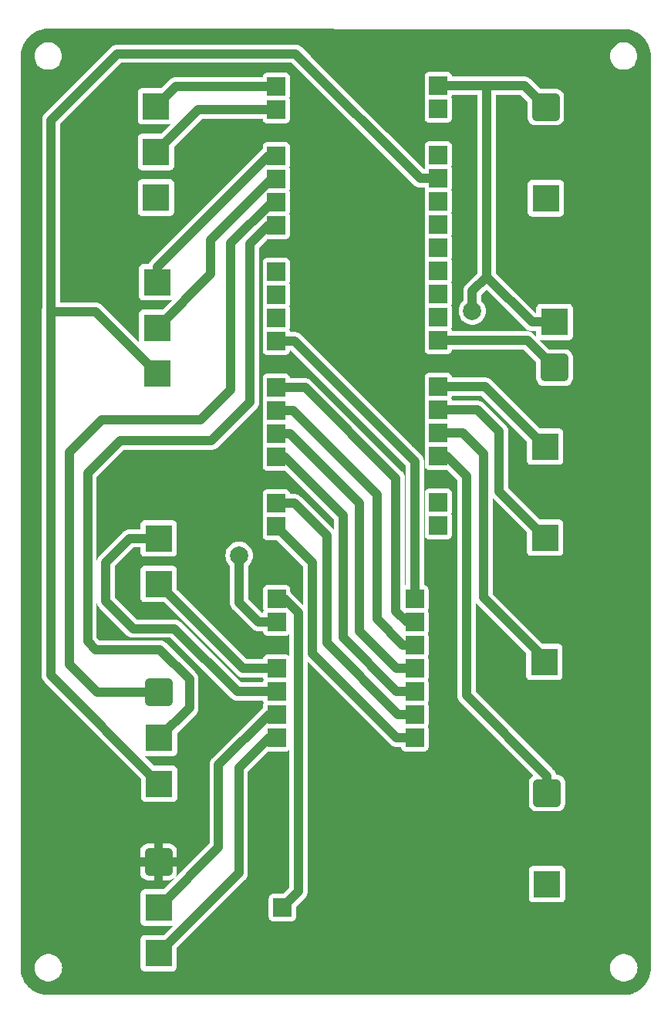
<source format=gbr>
%TF.GenerationSoftware,KiCad,Pcbnew,7.0.7*%
%TF.CreationDate,2023-09-27T09:45:00-05:00*%
%TF.ProjectId,PCB,5043422e-6b69-4636-9164-5f7063625858,rev?*%
%TF.SameCoordinates,Original*%
%TF.FileFunction,Copper,L2,Bot*%
%TF.FilePolarity,Positive*%
%FSLAX46Y46*%
G04 Gerber Fmt 4.6, Leading zero omitted, Abs format (unit mm)*
G04 Created by KiCad (PCBNEW 7.0.7) date 2023-09-27 09:45:00*
%MOMM*%
%LPD*%
G01*
G04 APERTURE LIST*
G04 Aperture macros list*
%AMRoundRect*
0 Rectangle with rounded corners*
0 $1 Rounding radius*
0 $2 $3 $4 $5 $6 $7 $8 $9 X,Y pos of 4 corners*
0 Add a 4 corners polygon primitive as box body*
4,1,4,$2,$3,$4,$5,$6,$7,$8,$9,$2,$3,0*
0 Add four circle primitives for the rounded corners*
1,1,$1+$1,$2,$3*
1,1,$1+$1,$4,$5*
1,1,$1+$1,$6,$7*
1,1,$1+$1,$8,$9*
0 Add four rect primitives between the rounded corners*
20,1,$1+$1,$2,$3,$4,$5,0*
20,1,$1+$1,$4,$5,$6,$7,0*
20,1,$1+$1,$6,$7,$8,$9,0*
20,1,$1+$1,$8,$9,$2,$3,0*%
G04 Aperture macros list end*
%TA.AperFunction,ComponentPad*%
%ADD10R,2.000000X2.000000*%
%TD*%
%TA.AperFunction,ComponentPad*%
%ADD11R,3.000000X3.000000*%
%TD*%
%TA.AperFunction,ComponentPad*%
%ADD12RoundRect,0.375000X-1.125000X1.125000X-1.125000X-1.125000X1.125000X-1.125000X1.125000X1.125000X0*%
%TD*%
%TA.AperFunction,ComponentPad*%
%ADD13RoundRect,0.375000X1.125000X-1.125000X1.125000X1.125000X-1.125000X1.125000X-1.125000X-1.125000X0*%
%TD*%
%TA.AperFunction,ViaPad*%
%ADD14C,2.000000*%
%TD*%
%TA.AperFunction,Conductor*%
%ADD15C,1.000000*%
%TD*%
G04 APERTURE END LIST*
D10*
%TO.P,J15,1,Pin_1*%
%TO.N,V_Motor*%
X103124000Y-140919200D03*
%TD*%
D11*
%TO.P,J7,1,Pin_1*%
%TO.N,TX*%
X89244300Y-53013600D03*
%TO.P,J7,2,Pin_2*%
%TO.N,RX*%
X89244300Y-58013600D03*
%TO.P,J7,3,Pin_3*%
%TO.N,unconnected-(J7-Pin_3-Pad3)*%
X89244300Y-63013600D03*
%TD*%
%TO.P,J3,1,Pin_1*%
%TO.N,EncoB1*%
X89385400Y-72296000D03*
%TO.P,J3,2,Pin_2*%
%TO.N,EncoA1*%
X89385400Y-77296000D03*
%TO.P,J3,3,Pin_3*%
%TO.N,3.3V*%
X89385400Y-82296000D03*
%TD*%
D10*
%TO.P,J8,1,Pin_1*%
%TO.N,V_Motor*%
X102489400Y-107046000D03*
%TO.P,J8,2,Pin_2*%
%TO.N,5V I_O*%
X102489400Y-109586000D03*
%TO.P,J8,3,Pin_3*%
%TO.N,GND*%
X102489400Y-112126000D03*
%TO.P,J8,4,Pin_4*%
%TO.N,A01*%
X102489400Y-114666000D03*
%TO.P,J8,5,Pin_5*%
%TO.N,A02*%
X102489400Y-117206000D03*
%TO.P,J8,6,Pin_6*%
%TO.N,B02*%
X102489400Y-119746000D03*
%TO.P,J8,7,Pin_7*%
%TO.N,B01*%
X102489400Y-122286000D03*
%TO.P,J8,8,Pin_8*%
%TO.N,GND*%
X102489400Y-124826000D03*
%TD*%
D12*
%TO.P,J14,1,Pin_1*%
%TO.N,Fc4*%
X132170300Y-128357600D03*
D11*
%TO.P,J14,2,Pin_2*%
%TO.N,GND*%
X132170300Y-133357600D03*
%TO.P,J14,3,Pin_3*%
%TO.N,unconnected-(J14-Pin_3-Pad3)*%
X132170300Y-138357600D03*
%TD*%
%TO.P,J11,1,Pin_1*%
%TO.N,GND*%
X89537800Y-95410000D03*
%TO.P,J11,2,Pin_2*%
%TO.N,A02*%
X89537800Y-100410000D03*
%TO.P,J11,3,Pin_3*%
%TO.N,A01*%
X89537800Y-105410000D03*
%TD*%
D10*
%TO.P,J9,1,Pin_1*%
%TO.N,GND*%
X117652800Y-124815600D03*
%TO.P,J9,2,Pin_2*%
%TO.N,PWMB*%
X117652800Y-122275600D03*
%TO.P,J9,3,Pin_3*%
%TO.N,BIN2*%
X117652800Y-119735600D03*
%TO.P,J9,4,Pin_4*%
%TO.N,BIN1*%
X117652800Y-117195600D03*
%TO.P,J9,5,Pin_5*%
%TO.N,STBY*%
X117652800Y-114655600D03*
%TO.P,J9,6,Pin_6*%
%TO.N,AIN1*%
X117652800Y-112115600D03*
%TO.P,J9,7,Pin_7*%
%TO.N,AIN2*%
X117652800Y-109575600D03*
%TO.P,J9,8,Pin_8*%
%TO.N,PWMA*%
X117652800Y-107035600D03*
%TD*%
D12*
%TO.P,J12,1,Pin_1*%
%TO.N,GND*%
X89520000Y-135920000D03*
D11*
%TO.P,J12,2,Pin_2*%
%TO.N,B02*%
X89520000Y-140920000D03*
%TO.P,J12,3,Pin_3*%
%TO.N,B01*%
X89520000Y-145920000D03*
%TD*%
D10*
%TO.P,J2,1,Pin_1*%
%TO.N,unconnected-(J2-Pin_1-Pad1)*%
X120243600Y-99009200D03*
%TO.P,J2,2,Pin_2*%
%TO.N,unconnected-(J2-Pin_2-Pad2)*%
X120243600Y-96469200D03*
%TO.P,J2,3,Pin_3*%
%TO.N,GND*%
X120243600Y-93929200D03*
%TO.P,J2,4,Pin_4*%
%TO.N,Fc4*%
X120243600Y-91389200D03*
%TO.P,J2,5,Pin_5*%
%TO.N,Fc3*%
X120243600Y-88849200D03*
%TO.P,J2,6,Pin_6*%
%TO.N,Fc2*%
X120243600Y-86309200D03*
%TO.P,J2,7,Pin_7*%
%TO.N,Fc1*%
X120243600Y-83769200D03*
%TO.P,J2,8,Pin_8*%
%TO.N,GND*%
X120243600Y-81229200D03*
%TO.P,J2,9,Pin_9*%
%TO.N,PWM_Servo*%
X120243600Y-78689200D03*
%TO.P,J2,10,Pin_10*%
%TO.N,unconnected-(J2-Pin_10-Pad10)*%
X120243600Y-76149200D03*
%TO.P,J2,11,Pin_11*%
%TO.N,unconnected-(J2-Pin_11-Pad11)*%
X120243600Y-73609200D03*
%TO.P,J2,12,Pin_12*%
%TO.N,unconnected-(J2-Pin_12-Pad12)*%
X120243600Y-71069200D03*
%TO.P,J2,13,Pin_13*%
%TO.N,unconnected-(J2-Pin_13-Pad13)*%
X120243600Y-68529200D03*
%TO.P,J2,14,Pin_14*%
%TO.N,unconnected-(J2-Pin_14-Pad14)*%
X120243600Y-65989200D03*
%TO.P,J2,15,Pin_15*%
%TO.N,unconnected-(J2-Pin_15-Pad15)*%
X120243600Y-63449200D03*
%TO.P,J2,16,Pin_16*%
%TO.N,3.3V*%
X120243600Y-60909200D03*
%TO.P,J2,17,Pin_17*%
%TO.N,unconnected-(J2-Pin_17-Pad17)*%
X120243600Y-58369200D03*
%TO.P,J2,18,Pin_18*%
%TO.N,GND*%
X120243600Y-55829200D03*
%TO.P,J2,19,Pin_19*%
%TO.N,unconnected-(J2-Pin_19-Pad19)*%
X120243600Y-53289200D03*
%TO.P,J2,20,Pin_20*%
%TO.N,5V I_O*%
X120243600Y-50749200D03*
%TD*%
D13*
%TO.P,J6,1,Pin_1*%
%TO.N,PWM_Servo*%
X132994400Y-81686400D03*
D11*
%TO.P,J6,2,Pin_2*%
%TO.N,5V I_O*%
X132994400Y-76686400D03*
%TO.P,J6,3,Pin_3*%
%TO.N,GND*%
X132994400Y-71686400D03*
%TD*%
D12*
%TO.P,J4,1,Pin_1*%
%TO.N,EncoB2*%
X89599900Y-117326400D03*
D11*
%TO.P,J4,2,Pin_2*%
%TO.N,EncoA2*%
X89599900Y-122326400D03*
%TO.P,J4,3,Pin_3*%
%TO.N,3.3V*%
X89599900Y-127326400D03*
%TD*%
D10*
%TO.P,J1,1,Pin_1*%
%TO.N,TX*%
X102463600Y-50825400D03*
%TO.P,J1,2,Pin_2*%
%TO.N,RX*%
X102463600Y-53365400D03*
%TO.P,J1,3,Pin_3*%
%TO.N,GND*%
X102463600Y-55905400D03*
%TO.P,J1,4,Pin_4*%
%TO.N,EncoB1*%
X102463600Y-58445400D03*
%TO.P,J1,5,Pin_5*%
%TO.N,EncoA1*%
X102463600Y-60985400D03*
%TO.P,J1,6,Pin_6*%
%TO.N,EncoB2*%
X102463600Y-63525400D03*
%TO.P,J1,7,Pin_7*%
%TO.N,EncoA2*%
X102463600Y-66065400D03*
%TO.P,J1,8,Pin_8*%
%TO.N,GND*%
X102463600Y-68605400D03*
%TO.P,J1,9,Pin_9*%
%TO.N,unconnected-(J1-Pin_9-Pad9)*%
X102463600Y-71145400D03*
%TO.P,J1,10,Pin_10*%
%TO.N,unconnected-(J1-Pin_10-Pad10)*%
X102463600Y-73685400D03*
%TO.P,J1,11,Pin_11*%
%TO.N,unconnected-(J1-Pin_11-Pad11)*%
X102463600Y-76225400D03*
%TO.P,J1,12,Pin_12*%
%TO.N,PWMA*%
X102463600Y-78765400D03*
%TO.P,J1,13,Pin_13*%
%TO.N,GND*%
X102463600Y-81305400D03*
%TO.P,J1,14,Pin_14*%
%TO.N,AIN2*%
X102463600Y-83845400D03*
%TO.P,J1,15,Pin_15*%
%TO.N,AIN1*%
X102463600Y-86385400D03*
%TO.P,J1,16,Pin_16*%
%TO.N,STBY*%
X102463600Y-88925400D03*
%TO.P,J1,17,Pin_17*%
%TO.N,BIN1*%
X102463600Y-91465400D03*
%TO.P,J1,18,Pin_18*%
%TO.N,GND*%
X102463600Y-94005400D03*
%TO.P,J1,19,Pin_19*%
%TO.N,BIN2*%
X102463600Y-96545400D03*
%TO.P,J1,20,Pin_20*%
%TO.N,PWMB*%
X102463600Y-99085400D03*
%TD*%
D12*
%TO.P,J10,1,Pin_1*%
%TO.N,5V I_O*%
X132029200Y-53093600D03*
D11*
%TO.P,J10,2,Pin_2*%
%TO.N,GND*%
X132029200Y-58093600D03*
%TO.P,J10,3,Pin_3*%
%TO.N,unconnected-(J10-Pin_3-Pad3)*%
X132029200Y-63093600D03*
%TD*%
D10*
%TO.P,J16,1,Pin_1*%
%TO.N,GND*%
X117652800Y-141224000D03*
%TD*%
D11*
%TO.P,J5,1,Pin_1*%
%TO.N,Fc1*%
X131967100Y-90330000D03*
%TO.P,J5,2,Pin_2*%
%TO.N,GND*%
X131967100Y-95330000D03*
%TO.P,J5,3,Pin_3*%
%TO.N,Fc2*%
X131967100Y-100330000D03*
%TD*%
D12*
%TO.P,J13,1,Pin_1*%
%TO.N,GND*%
X131865500Y-108973600D03*
D11*
%TO.P,J13,2,Pin_2*%
%TO.N,Fc3*%
X131865500Y-113973600D03*
%TO.P,J13,3,Pin_3*%
%TO.N,GND*%
X131865500Y-118973600D03*
%TD*%
D14*
%TO.N,5V I_O*%
X123970000Y-75460000D03*
X98370000Y-102270000D03*
%TD*%
D15*
%TO.N,TX*%
X89244300Y-53013600D02*
X91432500Y-50825400D01*
X91432500Y-50825400D02*
X102463600Y-50825400D01*
%TO.N,RX*%
X89244300Y-58013600D02*
X93892500Y-53365400D01*
X93892500Y-53365400D02*
X102463600Y-53365400D01*
%TO.N,PWM_Servo*%
X129997200Y-78689200D02*
X120243600Y-78689200D01*
X132994400Y-81686400D02*
X129997200Y-78689200D01*
%TO.N,Fc1*%
X125406300Y-83769200D02*
X120243600Y-83769200D01*
X131967100Y-90330000D02*
X125406300Y-83769200D01*
%TO.N,EncoB1*%
X101603600Y-58445400D02*
X102463600Y-58445400D01*
X89385400Y-72296000D02*
X89385400Y-70663600D01*
X89385400Y-70663600D02*
X101603600Y-58445400D01*
%TO.N,EncoA1*%
X101954600Y-60985400D02*
X102463600Y-60985400D01*
X89385400Y-77296000D02*
X95250000Y-71431400D01*
X95250000Y-67690000D02*
X101954600Y-60985400D01*
X95250000Y-71431400D02*
X95250000Y-67690000D01*
%TO.N,Fc4*%
X121103600Y-91389200D02*
X120243600Y-91389200D01*
X132170300Y-126480300D02*
X123330000Y-117640000D01*
X123330000Y-93615600D02*
X121103600Y-91389200D01*
X123330000Y-117640000D02*
X123330000Y-93615600D01*
X132170300Y-128357600D02*
X132170300Y-126480300D01*
%TO.N,Fc3*%
X122919200Y-88849200D02*
X120243600Y-88849200D01*
X131865500Y-113973600D02*
X131865500Y-113585500D01*
X131865500Y-113585500D02*
X125190000Y-106910000D01*
X125190000Y-91120000D02*
X122919200Y-88849200D01*
X125190000Y-106910000D02*
X125190000Y-91120000D01*
%TO.N,Fc2*%
X124539200Y-86309200D02*
X120243600Y-86309200D01*
X126930000Y-95292900D02*
X126930000Y-88700000D01*
X126930000Y-88700000D02*
X124539200Y-86309200D01*
X131967100Y-100330000D02*
X126930000Y-95292900D01*
%TO.N,EncoB2*%
X94130000Y-87410000D02*
X97450000Y-84090000D01*
X89599900Y-117326400D02*
X82786400Y-117326400D01*
X97450000Y-68050000D02*
X101974600Y-63525400D01*
X82786400Y-117326400D02*
X79700000Y-114240000D01*
X83270000Y-87410000D02*
X94130000Y-87410000D01*
X79700000Y-114240000D02*
X79700000Y-90980000D01*
X79700000Y-90980000D02*
X83270000Y-87410000D01*
X97450000Y-84090000D02*
X97450000Y-68050000D01*
X101974600Y-63525400D02*
X102463600Y-63525400D01*
%TO.N,EncoA2*%
X92910000Y-115860000D02*
X89660000Y-112610000D01*
X81740000Y-93260000D02*
X85330000Y-89670000D01*
X92910000Y-119016300D02*
X92910000Y-115860000D01*
X99560000Y-85470000D02*
X99560000Y-68109000D01*
X82650000Y-112610000D02*
X81740000Y-111700000D01*
X89599900Y-122326400D02*
X92910000Y-119016300D01*
X81740000Y-111700000D02*
X81740000Y-93260000D01*
X89660000Y-112610000D02*
X82650000Y-112610000D01*
X99560000Y-68109000D02*
X101603600Y-66065400D01*
X85330000Y-89670000D02*
X95360000Y-89670000D01*
X95360000Y-89670000D02*
X99560000Y-85470000D01*
X101603600Y-66065400D02*
X102463600Y-66065400D01*
%TO.N,PWMB*%
X106420000Y-103041800D02*
X102463600Y-99085400D01*
X115652800Y-122275600D02*
X106420000Y-113042800D01*
X106420000Y-113042800D02*
X106420000Y-103041800D01*
X117652800Y-122275600D02*
X115652800Y-122275600D01*
%TO.N,BIN2*%
X115835600Y-119735600D02*
X108010000Y-111910000D01*
X117652800Y-119735600D02*
X115835600Y-119735600D01*
X108010000Y-111910000D02*
X108010000Y-100130000D01*
X104425400Y-96545400D02*
X102463600Y-96545400D01*
X108010000Y-100130000D02*
X104425400Y-96545400D01*
%TO.N,BIN1*%
X117652800Y-117195600D02*
X115652800Y-117195600D01*
X103323600Y-91465400D02*
X102463600Y-91465400D01*
X109770000Y-97911800D02*
X103323600Y-91465400D01*
X109770000Y-111312800D02*
X109770000Y-97911800D01*
X115652800Y-117195600D02*
X109770000Y-111312800D01*
%TO.N,STBY*%
X117652800Y-114655600D02*
X115652800Y-114655600D01*
X115652800Y-114655600D02*
X111580000Y-110582800D01*
X111580000Y-96520000D02*
X103985400Y-88925400D01*
X111580000Y-110582800D02*
X111580000Y-96520000D01*
X103985400Y-88925400D02*
X102463600Y-88925400D01*
%TO.N,AIN1*%
X116355600Y-112115600D02*
X113500000Y-109260000D01*
X104255400Y-86385400D02*
X102463600Y-86385400D01*
X113500000Y-95630000D02*
X104255400Y-86385400D01*
X113500000Y-109260000D02*
X113500000Y-95630000D01*
X117652800Y-112115600D02*
X116355600Y-112115600D01*
%TO.N,AIN2*%
X115590000Y-108372800D02*
X115590000Y-93810000D01*
X116792800Y-109575600D02*
X115590000Y-108372800D01*
X105625400Y-83845400D02*
X102463600Y-83845400D01*
X115590000Y-93810000D02*
X105625400Y-83845400D01*
X117652800Y-109575600D02*
X116792800Y-109575600D01*
%TO.N,PWMA*%
X117652800Y-91954600D02*
X104463600Y-78765400D01*
X104463600Y-78765400D02*
X102463600Y-78765400D01*
X117652800Y-107035600D02*
X117652800Y-91954600D01*
%TO.N,3.3V*%
X77690000Y-75540600D02*
X80780000Y-75540600D01*
X120243600Y-60909200D02*
X118243600Y-60909200D01*
X89599900Y-127326400D02*
X77690000Y-115416500D01*
X80780000Y-75540600D02*
X82630000Y-75540600D01*
X77750000Y-54510000D02*
X77750000Y-75540600D01*
X104564400Y-47230000D02*
X85030000Y-47230000D01*
X118243600Y-60909200D02*
X104564400Y-47230000D01*
X77750000Y-75540600D02*
X80780000Y-75540600D01*
X77690000Y-115416500D02*
X77690000Y-75540600D01*
X85030000Y-47230000D02*
X77750000Y-54510000D01*
X82630000Y-75540600D02*
X89385400Y-82296000D01*
%TO.N,5V I_O*%
X125560000Y-50809200D02*
X125620000Y-50749200D01*
X125620000Y-50749200D02*
X120243600Y-50749200D01*
X98370000Y-107466600D02*
X98370000Y-102270000D01*
X130536400Y-76686400D02*
X125560000Y-71710000D01*
X125560000Y-71710000D02*
X125560000Y-50809200D01*
X102489400Y-109586000D02*
X100489400Y-109586000D01*
X129684800Y-50749200D02*
X125620000Y-50749200D01*
X132029200Y-53093600D02*
X129684800Y-50749200D01*
X100489400Y-109586000D02*
X98370000Y-107466600D01*
X125560000Y-71710000D02*
X123970000Y-73300000D01*
X123970000Y-73300000D02*
X123970000Y-75460000D01*
X132994400Y-76686400D02*
X130536400Y-76686400D01*
%TO.N,A02*%
X91270000Y-110310000D02*
X98166000Y-117206000D01*
X86350000Y-100410000D02*
X83720000Y-103040000D01*
X98166000Y-117206000D02*
X102489400Y-117206000D01*
X86750000Y-110310000D02*
X91270000Y-110310000D01*
X89537800Y-100410000D02*
X86350000Y-100410000D01*
X83720000Y-103040000D02*
X83720000Y-107280000D01*
X83720000Y-107280000D02*
X86750000Y-110310000D01*
%TO.N,A01*%
X98793800Y-114666000D02*
X102489400Y-114666000D01*
X89537800Y-105410000D02*
X98793800Y-114666000D01*
%TO.N,B02*%
X89520000Y-140920000D02*
X96110000Y-134330000D01*
X101629400Y-119746000D02*
X102489400Y-119746000D01*
X96110000Y-134330000D02*
X96110000Y-125265400D01*
X96110000Y-125265400D02*
X101629400Y-119746000D01*
%TO.N,B01*%
X98330000Y-125585400D02*
X101629400Y-122286000D01*
X101629400Y-122286000D02*
X102489400Y-122286000D01*
X98330000Y-137110000D02*
X98330000Y-125585400D01*
X89520000Y-145920000D02*
X98330000Y-137110000D01*
%TO.N,V_Motor*%
X104870000Y-108566600D02*
X104870000Y-139173200D01*
X103349400Y-107046000D02*
X104870000Y-108566600D01*
X102489400Y-107046000D02*
X103349400Y-107046000D01*
X104870000Y-139173200D02*
X103124000Y-140919200D01*
%TD*%
%TA.AperFunction,Conductor*%
%TO.N,GND*%
G36*
X140506853Y-44531793D02*
G01*
X140506944Y-44531820D01*
X140557058Y-44531820D01*
X140560301Y-44531904D01*
X140868972Y-44548080D01*
X140875425Y-44548758D01*
X141179123Y-44596857D01*
X141185447Y-44598202D01*
X141482456Y-44677784D01*
X141488597Y-44679779D01*
X141775650Y-44789968D01*
X141781583Y-44792609D01*
X142055541Y-44932197D01*
X142061164Y-44935444D01*
X142319031Y-45102903D01*
X142324260Y-45106702D01*
X142529916Y-45273239D01*
X142563219Y-45300207D01*
X142568045Y-45304553D01*
X142785446Y-45521954D01*
X142789792Y-45526780D01*
X142983295Y-45765736D01*
X142987098Y-45770971D01*
X143067567Y-45894883D01*
X143154555Y-46028835D01*
X143157802Y-46034458D01*
X143297390Y-46308416D01*
X143300031Y-46314349D01*
X143352332Y-46450598D01*
X143410216Y-46601391D01*
X143412220Y-46607559D01*
X143491796Y-46904551D01*
X143493144Y-46910890D01*
X143510737Y-47021969D01*
X143541240Y-47214570D01*
X143541919Y-47221028D01*
X143554743Y-47465732D01*
X143549321Y-47497467D01*
X143551860Y-47497970D01*
X143549500Y-47509901D01*
X143578179Y-147517046D01*
X143578094Y-147520309D01*
X143561919Y-147828971D01*
X143561240Y-147835429D01*
X143513147Y-148139096D01*
X143511796Y-148145448D01*
X143432220Y-148442440D01*
X143430213Y-148448614D01*
X143413238Y-148492836D01*
X143320031Y-148735650D01*
X143317390Y-148741583D01*
X143177802Y-149015541D01*
X143174555Y-149021164D01*
X143007106Y-149279017D01*
X143003289Y-149284271D01*
X142809792Y-149523219D01*
X142805446Y-149528045D01*
X142588045Y-149745446D01*
X142583219Y-149749792D01*
X142344271Y-149943289D01*
X142339017Y-149947106D01*
X142081164Y-150114555D01*
X142075541Y-150117802D01*
X141801583Y-150257390D01*
X141795650Y-150260031D01*
X141508617Y-150370213D01*
X141502440Y-150372220D01*
X141205448Y-150451796D01*
X141199105Y-150453145D01*
X141083981Y-150471378D01*
X140895429Y-150501240D01*
X140888971Y-150501919D01*
X140595699Y-150517288D01*
X140580301Y-150518095D01*
X140577058Y-150518180D01*
X140537673Y-150518180D01*
X140525467Y-150519488D01*
X77372928Y-150498179D01*
X77369703Y-150498094D01*
X77061028Y-150481919D01*
X77054570Y-150481240D01*
X76902736Y-150457193D01*
X76750890Y-150433144D01*
X76744551Y-150431796D01*
X76510086Y-150368973D01*
X76447555Y-150352218D01*
X76441391Y-150350216D01*
X76297865Y-150295121D01*
X76154349Y-150240031D01*
X76148416Y-150237390D01*
X75874458Y-150097802D01*
X75868835Y-150094555D01*
X75751828Y-150018571D01*
X75610971Y-149927098D01*
X75605736Y-149923295D01*
X75366780Y-149729792D01*
X75361954Y-149725446D01*
X75144553Y-149508045D01*
X75140207Y-149503219D01*
X74946702Y-149264260D01*
X74942903Y-149259031D01*
X74775444Y-149001164D01*
X74772197Y-148995541D01*
X74662972Y-148781174D01*
X74632608Y-148721582D01*
X74629968Y-148715650D01*
X74519779Y-148428597D01*
X74517784Y-148422456D01*
X74438202Y-148125447D01*
X74436857Y-148119123D01*
X74388758Y-147815425D01*
X74388080Y-147808971D01*
X74386433Y-147777546D01*
X74375455Y-147568056D01*
X74383666Y-147520006D01*
X75923522Y-147520006D01*
X75944067Y-147767954D01*
X76005147Y-148009153D01*
X76105091Y-148237003D01*
X76241174Y-148445295D01*
X76244232Y-148448617D01*
X76409690Y-148628352D01*
X76409693Y-148628354D01*
X76409696Y-148628357D01*
X76606026Y-148781167D01*
X76606033Y-148781171D01*
X76606035Y-148781173D01*
X76824855Y-148899592D01*
X77033107Y-148971085D01*
X77057755Y-148979547D01*
X77060182Y-148980380D01*
X77305596Y-149021333D01*
X77305597Y-149021333D01*
X77554403Y-149021333D01*
X77554404Y-149021333D01*
X77799818Y-148980380D01*
X78035145Y-148899592D01*
X78253965Y-148781173D01*
X78255036Y-148780340D01*
X78448010Y-148630142D01*
X78450310Y-148628352D01*
X78618823Y-148445298D01*
X78754908Y-148237004D01*
X78854853Y-148009153D01*
X78915932Y-147767958D01*
X78935858Y-147527483D01*
X78936478Y-147520006D01*
X78936478Y-147519993D01*
X78922095Y-147346429D01*
X78915932Y-147272042D01*
X78854853Y-147030847D01*
X78754908Y-146802996D01*
X78751198Y-146797318D01*
X78618825Y-146594704D01*
X78599662Y-146573888D01*
X78450310Y-146411648D01*
X78450305Y-146411644D01*
X78450303Y-146411642D01*
X78253973Y-146258832D01*
X78253962Y-146258825D01*
X78035151Y-146140411D01*
X78035148Y-146140410D01*
X78035145Y-146140408D01*
X78035139Y-146140406D01*
X78035137Y-146140405D01*
X77799820Y-146059620D01*
X77601236Y-146026482D01*
X77554404Y-146018667D01*
X77305596Y-146018667D01*
X77258764Y-146026482D01*
X77060179Y-146059620D01*
X76824862Y-146140405D01*
X76824848Y-146140411D01*
X76606037Y-146258825D01*
X76606026Y-146258832D01*
X76409696Y-146411642D01*
X76409693Y-146411645D01*
X76241174Y-146594704D01*
X76105091Y-146802996D01*
X76005147Y-147030846D01*
X75944067Y-147272045D01*
X75923522Y-147519993D01*
X75923522Y-147520006D01*
X74383666Y-147520006D01*
X74384635Y-147514334D01*
X74390500Y-147500098D01*
X74391444Y-142777546D01*
X74392915Y-135420000D01*
X87519999Y-135420000D01*
X88727876Y-135420000D01*
X88794915Y-135439685D01*
X88840670Y-135492489D01*
X88850614Y-135561647D01*
X88835264Y-135605996D01*
X88826650Y-135620918D01*
X88801946Y-135703436D01*
X88776366Y-135788876D01*
X88776365Y-135788881D01*
X88766171Y-135963904D01*
X88766172Y-135963906D01*
X88796616Y-136136567D01*
X88844204Y-136246888D01*
X88852682Y-136316239D01*
X88822319Y-136379167D01*
X88762755Y-136415689D01*
X88730345Y-136420000D01*
X87520000Y-136420000D01*
X87520000Y-137121099D01*
X87522897Y-137163824D01*
X87568831Y-137348523D01*
X87653390Y-137519022D01*
X87653392Y-137519025D01*
X87772632Y-137667366D01*
X87772633Y-137667367D01*
X87920974Y-137786607D01*
X87920977Y-137786609D01*
X88091476Y-137871168D01*
X88276175Y-137917102D01*
X88318901Y-137920000D01*
X89020000Y-137920000D01*
X89020000Y-136709196D01*
X89039685Y-136642157D01*
X89092489Y-136596402D01*
X89161647Y-136586458D01*
X89199647Y-136598384D01*
X89261739Y-136629568D01*
X89432338Y-136670000D01*
X89432340Y-136670000D01*
X89563677Y-136670000D01*
X89563684Y-136670000D01*
X89694139Y-136654752D01*
X89853591Y-136596715D01*
X89923318Y-136592285D01*
X89984374Y-136626255D01*
X90017371Y-136687842D01*
X90020000Y-136713238D01*
X90020000Y-137920000D01*
X90721099Y-137920000D01*
X90763824Y-137917102D01*
X90948523Y-137871168D01*
X91119022Y-137786609D01*
X91119025Y-137786607D01*
X91267366Y-137667367D01*
X91267367Y-137667366D01*
X91386607Y-137519025D01*
X91386609Y-137519022D01*
X91471168Y-137348523D01*
X91517102Y-137163824D01*
X91520000Y-137121099D01*
X91520000Y-136420000D01*
X90312124Y-136420000D01*
X90245085Y-136400315D01*
X90199330Y-136347511D01*
X90189386Y-136278353D01*
X90204735Y-136234003D01*
X90213350Y-136219082D01*
X90263634Y-136051123D01*
X90273828Y-135876094D01*
X90243384Y-135703433D01*
X90195795Y-135593111D01*
X90187318Y-135523761D01*
X90217681Y-135460833D01*
X90277245Y-135424311D01*
X90309655Y-135420000D01*
X91520000Y-135420000D01*
X91520000Y-134718901D01*
X91517102Y-134676175D01*
X91471168Y-134491476D01*
X91386609Y-134320977D01*
X91386607Y-134320974D01*
X91267367Y-134172633D01*
X91267366Y-134172632D01*
X91119025Y-134053392D01*
X91119022Y-134053390D01*
X90948523Y-133968831D01*
X90763824Y-133922897D01*
X90721099Y-133920000D01*
X90020000Y-133920000D01*
X90020000Y-135130803D01*
X90000315Y-135197842D01*
X89947511Y-135243597D01*
X89878353Y-135253541D01*
X89840350Y-135241614D01*
X89778261Y-135210432D01*
X89607662Y-135170000D01*
X89476316Y-135170000D01*
X89362167Y-135183342D01*
X89345860Y-135185248D01*
X89345857Y-135185249D01*
X89186410Y-135243283D01*
X89116681Y-135247714D01*
X89055626Y-135213744D01*
X89022628Y-135152157D01*
X89020000Y-135126761D01*
X89020000Y-133920000D01*
X88318901Y-133920000D01*
X88276175Y-133922897D01*
X88091476Y-133968831D01*
X87920977Y-134053390D01*
X87920974Y-134053392D01*
X87772633Y-134172632D01*
X87772632Y-134172633D01*
X87653392Y-134320974D01*
X87653390Y-134320977D01*
X87568831Y-134491476D01*
X87522897Y-134676175D01*
X87520000Y-134718901D01*
X87519999Y-135420000D01*
X74392915Y-135420000D01*
X74404880Y-75591536D01*
X76685631Y-75591536D01*
X76689500Y-75616791D01*
X76689500Y-115403784D01*
X76687243Y-115492863D01*
X76698481Y-115555567D01*
X76704926Y-115618938D01*
X76716387Y-115655469D01*
X76723142Y-115693153D01*
X76746770Y-115752306D01*
X76765841Y-115813088D01*
X76784421Y-115846563D01*
X76798623Y-115882117D01*
X76833675Y-115935303D01*
X76864591Y-115991002D01*
X76889530Y-116020052D01*
X76910598Y-116052019D01*
X76955642Y-116097063D01*
X76997134Y-116145395D01*
X77027408Y-116168829D01*
X87599400Y-126740820D01*
X87599401Y-128874272D01*
X87605809Y-128933883D01*
X87656104Y-129068731D01*
X87742354Y-129183946D01*
X87857569Y-129270196D01*
X87992417Y-129320491D01*
X88052027Y-129326900D01*
X91147772Y-129326899D01*
X91207383Y-129320491D01*
X91342231Y-129270196D01*
X91457446Y-129183946D01*
X91543696Y-129068731D01*
X91593991Y-128933883D01*
X91600400Y-128874273D01*
X91600399Y-125778528D01*
X91593991Y-125718917D01*
X91543696Y-125584069D01*
X91457446Y-125468854D01*
X91342231Y-125382604D01*
X91207383Y-125332309D01*
X91147773Y-125325900D01*
X89014321Y-125325900D01*
X88010898Y-124322478D01*
X88052027Y-124326900D01*
X91147772Y-124326899D01*
X91207383Y-124320491D01*
X91342231Y-124270196D01*
X91457446Y-124183946D01*
X91543696Y-124068731D01*
X91593991Y-123933883D01*
X91600400Y-123874273D01*
X91600399Y-121740821D01*
X93608487Y-119732733D01*
X93673053Y-119671359D01*
X93709442Y-119619076D01*
X93749698Y-119569707D01*
X93767424Y-119535771D01*
X93789295Y-119504349D01*
X93814416Y-119445809D01*
X93843909Y-119389349D01*
X93854439Y-119352544D01*
X93869540Y-119317358D01*
X93882363Y-119254954D01*
X93899886Y-119193718D01*
X93902793Y-119155543D01*
X93910500Y-119118041D01*
X93910500Y-119054340D01*
X93915337Y-118990824D01*
X93910500Y-118952843D01*
X93910500Y-115872698D01*
X93912757Y-115783637D01*
X93901518Y-115720932D01*
X93895074Y-115657562D01*
X93883612Y-115621030D01*
X93876858Y-115583347D01*
X93853229Y-115524193D01*
X93834159Y-115463412D01*
X93815578Y-115429936D01*
X93801377Y-115394383D01*
X93766324Y-115341196D01*
X93735409Y-115285498D01*
X93710469Y-115256447D01*
X93689402Y-115224481D01*
X93644357Y-115179436D01*
X93602866Y-115131105D01*
X93572591Y-115107670D01*
X90376452Y-111911532D01*
X90315059Y-111846947D01*
X90262773Y-111810555D01*
X90213407Y-111770302D01*
X90179471Y-111752575D01*
X90148049Y-111730705D01*
X90089509Y-111705583D01*
X90033049Y-111676091D01*
X89996243Y-111665559D01*
X89961058Y-111650460D01*
X89898663Y-111637637D01*
X89837418Y-111620113D01*
X89799237Y-111617205D01*
X89761741Y-111609500D01*
X89698045Y-111609500D01*
X89634524Y-111604663D01*
X89596544Y-111609500D01*
X83064421Y-111609500D01*
X82740500Y-111285579D01*
X82740500Y-107500203D01*
X82746387Y-107518969D01*
X82753142Y-107556653D01*
X82776770Y-107615806D01*
X82795841Y-107676588D01*
X82814421Y-107710063D01*
X82828623Y-107745617D01*
X82863675Y-107798803D01*
X82894591Y-107854502D01*
X82919530Y-107883552D01*
X82940598Y-107915519D01*
X82985642Y-107960563D01*
X83027134Y-108008895D01*
X83057408Y-108032329D01*
X86033547Y-111008467D01*
X86094941Y-111073053D01*
X86147226Y-111109444D01*
X86196593Y-111149698D01*
X86230528Y-111167424D01*
X86261951Y-111189295D01*
X86320490Y-111214416D01*
X86376951Y-111243909D01*
X86413755Y-111254439D01*
X86448942Y-111269540D01*
X86511345Y-111282363D01*
X86572582Y-111299886D01*
X86610756Y-111302793D01*
X86648259Y-111310500D01*
X86711959Y-111310500D01*
X86775476Y-111315337D01*
X86813456Y-111310500D01*
X90855579Y-111310500D01*
X97449566Y-117904487D01*
X97510941Y-117969053D01*
X97563222Y-118005442D01*
X97612593Y-118045698D01*
X97646528Y-118063424D01*
X97677951Y-118085295D01*
X97736490Y-118110416D01*
X97792951Y-118139909D01*
X97829756Y-118150440D01*
X97864942Y-118165540D01*
X97927336Y-118178362D01*
X97988582Y-118195887D01*
X98026762Y-118198794D01*
X98064259Y-118206500D01*
X98127956Y-118206500D01*
X98191477Y-118211337D01*
X98229457Y-118206500D01*
X100988901Y-118206500D01*
X100988901Y-118253872D01*
X100995309Y-118313483D01*
X101045604Y-118448331D01*
X101066317Y-118476000D01*
X101045604Y-118503669D01*
X100995309Y-118638517D01*
X100988900Y-118698127D01*
X100988900Y-118971578D01*
X100948836Y-119011642D01*
X100900505Y-119053134D01*
X100877070Y-119083408D01*
X95411532Y-124548947D01*
X95346947Y-124610341D01*
X95310555Y-124662626D01*
X95270302Y-124711993D01*
X95252575Y-124745928D01*
X95230705Y-124777351D01*
X95205583Y-124835890D01*
X95176091Y-124892351D01*
X95165559Y-124929156D01*
X95150460Y-124964342D01*
X95137637Y-125026736D01*
X95120113Y-125087982D01*
X95117205Y-125126162D01*
X95109500Y-125163659D01*
X95109500Y-125227355D01*
X95104663Y-125290876D01*
X95109500Y-125328856D01*
X95109500Y-133915579D01*
X90105579Y-138919500D01*
X87972128Y-138919501D01*
X87912517Y-138925909D01*
X87777669Y-138976204D01*
X87662454Y-139062454D01*
X87576204Y-139177669D01*
X87525909Y-139312517D01*
X87519500Y-139372127D01*
X87519501Y-142467872D01*
X87525909Y-142527483D01*
X87576204Y-142662331D01*
X87662454Y-142777546D01*
X87777669Y-142863796D01*
X87912517Y-142914091D01*
X87972127Y-142920500D01*
X91067872Y-142920499D01*
X91109002Y-142916077D01*
X90105579Y-143919500D01*
X87972128Y-143919501D01*
X87912517Y-143925909D01*
X87777669Y-143976204D01*
X87662454Y-144062454D01*
X87576204Y-144177669D01*
X87525909Y-144312517D01*
X87519500Y-144372127D01*
X87519501Y-147467872D01*
X87525909Y-147527483D01*
X87576204Y-147662331D01*
X87662454Y-147777546D01*
X87777669Y-147863796D01*
X87912517Y-147914091D01*
X87972127Y-147920500D01*
X91067872Y-147920499D01*
X91127483Y-147914091D01*
X91262331Y-147863796D01*
X91377546Y-147777546D01*
X91463796Y-147662331D01*
X91514091Y-147527483D01*
X91514985Y-147519167D01*
X139093522Y-147519167D01*
X139114068Y-147767125D01*
X139175147Y-148008320D01*
X139275092Y-148236171D01*
X139411177Y-148444465D01*
X139579690Y-148627519D01*
X139776035Y-148780340D01*
X139994855Y-148898759D01*
X140230182Y-148979547D01*
X140475596Y-149020500D01*
X140724404Y-149020500D01*
X140969818Y-148979547D01*
X141205145Y-148898759D01*
X141423965Y-148780340D01*
X141620310Y-148627519D01*
X141788823Y-148444465D01*
X141924908Y-148236171D01*
X142024853Y-148008320D01*
X142085932Y-147767125D01*
X142106478Y-147519167D01*
X142085932Y-147271209D01*
X142024853Y-147030014D01*
X141924908Y-146802163D01*
X141788823Y-146593869D01*
X141620310Y-146410815D01*
X141423965Y-146257994D01*
X141205145Y-146139575D01*
X140969818Y-146058787D01*
X140724404Y-146017834D01*
X140475596Y-146017834D01*
X140230182Y-146058787D01*
X139994855Y-146139575D01*
X139776035Y-146257994D01*
X139579690Y-146410815D01*
X139411177Y-146593869D01*
X139275092Y-146802163D01*
X139175147Y-147030014D01*
X139114068Y-147271209D01*
X139093522Y-147519167D01*
X91514985Y-147519167D01*
X91520500Y-147467873D01*
X91520499Y-145334421D01*
X99028487Y-137826433D01*
X99093053Y-137765059D01*
X99129443Y-137712775D01*
X99169697Y-137663408D01*
X99187422Y-137629473D01*
X99209295Y-137598049D01*
X99234417Y-137539507D01*
X99263909Y-137483049D01*
X99274439Y-137446244D01*
X99289540Y-137411058D01*
X99302363Y-137348654D01*
X99319886Y-137287418D01*
X99322793Y-137249243D01*
X99330500Y-137211741D01*
X99330500Y-137148040D01*
X99335337Y-137084524D01*
X99330500Y-137046543D01*
X99330500Y-125999820D01*
X100432431Y-124897889D01*
X101989400Y-124897889D01*
X102029907Y-125035844D01*
X102107639Y-125156798D01*
X102216300Y-125250952D01*
X102347085Y-125310680D01*
X102453637Y-125326000D01*
X102525163Y-125326000D01*
X102631715Y-125310680D01*
X102762500Y-125250952D01*
X102871161Y-125156798D01*
X102948893Y-125035844D01*
X102989400Y-124897889D01*
X102989400Y-124754111D01*
X102948893Y-124616156D01*
X102871161Y-124495202D01*
X102762500Y-124401048D01*
X102631715Y-124341320D01*
X102525163Y-124326000D01*
X102453637Y-124326000D01*
X102347085Y-124341320D01*
X102216300Y-124401048D01*
X102107639Y-124495202D01*
X102029907Y-124616156D01*
X101989400Y-124754111D01*
X101989400Y-124897889D01*
X100432431Y-124897889D01*
X101543820Y-123786499D01*
X103537272Y-123786499D01*
X103596883Y-123780091D01*
X103731731Y-123729796D01*
X103846946Y-123643546D01*
X103869500Y-123613417D01*
X103869500Y-138758780D01*
X103209579Y-139418700D01*
X102076128Y-139418701D01*
X102016517Y-139425109D01*
X101881669Y-139475404D01*
X101766454Y-139561654D01*
X101680204Y-139676869D01*
X101629909Y-139811717D01*
X101623500Y-139871327D01*
X101623501Y-141967072D01*
X101629909Y-142026683D01*
X101680204Y-142161531D01*
X101766454Y-142276746D01*
X101881669Y-142362996D01*
X102016517Y-142413291D01*
X102076127Y-142419700D01*
X104171872Y-142419699D01*
X104231483Y-142413291D01*
X104366331Y-142362996D01*
X104481546Y-142276746D01*
X104567796Y-142161531D01*
X104618091Y-142026683D01*
X104624500Y-141967073D01*
X104624499Y-141295889D01*
X117152800Y-141295889D01*
X117193307Y-141433844D01*
X117271039Y-141554798D01*
X117379700Y-141648952D01*
X117510485Y-141708680D01*
X117617037Y-141724000D01*
X117688563Y-141724000D01*
X117795115Y-141708680D01*
X117925900Y-141648952D01*
X118034561Y-141554798D01*
X118112293Y-141433844D01*
X118152800Y-141295889D01*
X118152800Y-141152111D01*
X118112293Y-141014156D01*
X118034561Y-140893202D01*
X117925900Y-140799048D01*
X117795115Y-140739320D01*
X117688563Y-140724000D01*
X117617037Y-140724000D01*
X117510485Y-140739320D01*
X117379700Y-140799048D01*
X117271039Y-140893202D01*
X117193307Y-141014156D01*
X117152800Y-141152111D01*
X117152800Y-141295889D01*
X104624499Y-141295889D01*
X104624499Y-140833621D01*
X105568468Y-139889651D01*
X105633053Y-139828259D01*
X105669444Y-139775973D01*
X105709698Y-139726607D01*
X105727424Y-139692671D01*
X105749295Y-139661249D01*
X105774416Y-139602709D01*
X105803909Y-139546249D01*
X105814440Y-139509443D01*
X105829540Y-139474258D01*
X105842362Y-139411863D01*
X105859887Y-139350618D01*
X105862794Y-139312437D01*
X105870500Y-139274941D01*
X105870500Y-139211244D01*
X105875337Y-139147724D01*
X105870500Y-139109743D01*
X105870500Y-136809727D01*
X130169800Y-136809727D01*
X130169801Y-139905472D01*
X130176209Y-139965083D01*
X130226504Y-140099931D01*
X130312754Y-140215146D01*
X130427969Y-140301396D01*
X130562817Y-140351691D01*
X130622427Y-140358100D01*
X133718172Y-140358099D01*
X133777783Y-140351691D01*
X133912631Y-140301396D01*
X134027846Y-140215146D01*
X134114096Y-140099931D01*
X134164391Y-139965083D01*
X134170800Y-139905473D01*
X134170799Y-136809728D01*
X134164391Y-136750117D01*
X134114096Y-136615269D01*
X134027846Y-136500054D01*
X133912631Y-136413804D01*
X133777783Y-136363509D01*
X133718173Y-136357100D01*
X130622428Y-136357101D01*
X130562817Y-136363509D01*
X130427969Y-136413804D01*
X130312754Y-136500054D01*
X130226504Y-136615269D01*
X130176209Y-136750117D01*
X130169800Y-136809727D01*
X105870500Y-136809727D01*
X105870500Y-133401506D01*
X131416472Y-133401506D01*
X131446916Y-133574167D01*
X131516359Y-133735153D01*
X131621056Y-133875785D01*
X131755362Y-133988482D01*
X131912039Y-134067168D01*
X132082638Y-134107600D01*
X132213984Y-134107600D01*
X132344439Y-134092352D01*
X132509191Y-134032387D01*
X132655673Y-133936045D01*
X132775988Y-133808518D01*
X132863650Y-133656682D01*
X132913934Y-133488723D01*
X132924128Y-133313694D01*
X132893684Y-133141033D01*
X132824241Y-132980047D01*
X132719544Y-132839415D01*
X132585238Y-132726718D01*
X132428561Y-132648032D01*
X132257962Y-132607600D01*
X132126616Y-132607600D01*
X131996161Y-132622848D01*
X131831409Y-132682813D01*
X131684927Y-132779155D01*
X131564612Y-132906682D01*
X131476950Y-133058518D01*
X131426666Y-133226477D01*
X131416472Y-133401506D01*
X105870500Y-133401506D01*
X105870500Y-124887489D01*
X117152800Y-124887489D01*
X117193307Y-125025444D01*
X117271039Y-125146398D01*
X117379700Y-125240552D01*
X117510485Y-125300280D01*
X117617037Y-125315600D01*
X117688563Y-125315600D01*
X117795115Y-125300280D01*
X117925900Y-125240552D01*
X118034561Y-125146398D01*
X118112293Y-125025444D01*
X118152800Y-124887489D01*
X118152800Y-124743711D01*
X118112293Y-124605756D01*
X118034561Y-124484802D01*
X117925900Y-124390648D01*
X117795115Y-124330920D01*
X117688563Y-124315600D01*
X117617037Y-124315600D01*
X117510485Y-124330920D01*
X117379700Y-124390648D01*
X117271039Y-124484802D01*
X117193307Y-124605756D01*
X117152800Y-124743711D01*
X117152800Y-124887489D01*
X105870500Y-124887489D01*
X105870500Y-113908220D01*
X114936347Y-122974067D01*
X114997741Y-123038653D01*
X115050026Y-123075044D01*
X115099393Y-123115298D01*
X115133328Y-123133024D01*
X115164751Y-123154895D01*
X115223290Y-123180016D01*
X115279751Y-123209509D01*
X115316556Y-123220040D01*
X115351742Y-123235140D01*
X115414136Y-123247962D01*
X115475382Y-123265487D01*
X115513562Y-123268394D01*
X115551059Y-123276100D01*
X115614755Y-123276100D01*
X115678276Y-123280937D01*
X115716256Y-123276100D01*
X116152301Y-123276100D01*
X116152301Y-123323472D01*
X116158709Y-123383083D01*
X116209004Y-123517931D01*
X116295254Y-123633146D01*
X116410469Y-123719396D01*
X116545317Y-123769691D01*
X116604927Y-123776100D01*
X118700672Y-123776099D01*
X118760283Y-123769691D01*
X118895131Y-123719396D01*
X119010346Y-123633146D01*
X119096596Y-123517931D01*
X119146891Y-123383083D01*
X119153300Y-123323473D01*
X119153299Y-121227728D01*
X119146891Y-121168117D01*
X119096596Y-121033269D01*
X119075882Y-121005600D01*
X119096596Y-120977931D01*
X119146891Y-120843083D01*
X119153300Y-120783473D01*
X119153299Y-118687728D01*
X119146891Y-118628117D01*
X119096596Y-118493269D01*
X119075882Y-118465599D01*
X119096596Y-118437931D01*
X119146891Y-118303083D01*
X119153300Y-118243473D01*
X119153299Y-116147728D01*
X119146891Y-116088117D01*
X119096596Y-115953269D01*
X119075882Y-115925600D01*
X119096596Y-115897931D01*
X119146891Y-115763083D01*
X119153300Y-115703473D01*
X119153299Y-113607728D01*
X119146891Y-113548117D01*
X119096596Y-113413269D01*
X119075882Y-113385600D01*
X119096596Y-113357931D01*
X119146891Y-113223083D01*
X119153300Y-113163473D01*
X119153299Y-111067728D01*
X119146891Y-111008117D01*
X119096596Y-110873269D01*
X119075882Y-110845600D01*
X119096596Y-110817931D01*
X119146891Y-110683083D01*
X119153300Y-110623473D01*
X119153299Y-108527728D01*
X119146891Y-108468117D01*
X119096596Y-108333269D01*
X119075882Y-108305600D01*
X119096596Y-108277931D01*
X119146891Y-108143083D01*
X119153300Y-108083473D01*
X119153299Y-105987728D01*
X119146891Y-105928117D01*
X119096596Y-105793269D01*
X119010346Y-105678054D01*
X118895131Y-105591804D01*
X118760283Y-105541509D01*
X118700673Y-105535100D01*
X118653300Y-105535100D01*
X118653300Y-97961327D01*
X118743100Y-97961327D01*
X118743101Y-100057072D01*
X118749509Y-100116683D01*
X118799804Y-100251531D01*
X118886054Y-100366746D01*
X119001269Y-100452996D01*
X119136117Y-100503291D01*
X119195727Y-100509700D01*
X121291472Y-100509699D01*
X121351083Y-100503291D01*
X121485931Y-100452996D01*
X121601146Y-100366746D01*
X121687396Y-100251531D01*
X121737691Y-100116683D01*
X121744100Y-100057073D01*
X121744099Y-97961328D01*
X121737691Y-97901717D01*
X121687396Y-97766869D01*
X121666682Y-97739200D01*
X121687396Y-97711531D01*
X121737691Y-97576683D01*
X121744100Y-97517073D01*
X121744099Y-95421328D01*
X121737691Y-95361717D01*
X121687396Y-95226869D01*
X121601146Y-95111654D01*
X121485931Y-95025404D01*
X121351083Y-94975109D01*
X121291473Y-94968700D01*
X119195728Y-94968701D01*
X119136117Y-94975109D01*
X119001269Y-95025404D01*
X118886054Y-95111654D01*
X118799804Y-95226869D01*
X118749509Y-95361717D01*
X118743100Y-95421327D01*
X118743101Y-97517072D01*
X118749509Y-97576683D01*
X118799804Y-97711531D01*
X118820517Y-97739199D01*
X118799804Y-97766869D01*
X118749509Y-97901717D01*
X118743100Y-97961327D01*
X118653300Y-97961327D01*
X118653300Y-94001089D01*
X119743600Y-94001089D01*
X119784107Y-94139044D01*
X119861839Y-94259998D01*
X119970500Y-94354152D01*
X120101285Y-94413880D01*
X120207837Y-94429200D01*
X120279363Y-94429200D01*
X120385915Y-94413880D01*
X120516700Y-94354152D01*
X120625361Y-94259998D01*
X120703093Y-94139044D01*
X120743600Y-94001089D01*
X120743600Y-93857311D01*
X120703093Y-93719356D01*
X120625361Y-93598402D01*
X120516700Y-93504248D01*
X120385915Y-93444520D01*
X120279363Y-93429200D01*
X120207837Y-93429200D01*
X120101285Y-93444520D01*
X119970500Y-93504248D01*
X119861839Y-93598402D01*
X119784107Y-93719356D01*
X119743600Y-93857311D01*
X119743600Y-94001089D01*
X118653300Y-94001089D01*
X118653300Y-91967315D01*
X118655557Y-91878237D01*
X118644317Y-91815529D01*
X118637874Y-91752162D01*
X118626413Y-91715635D01*
X118619659Y-91677948D01*
X118596026Y-91618784D01*
X118576959Y-91558012D01*
X118558382Y-91524542D01*
X118544178Y-91488983D01*
X118509121Y-91435791D01*
X118478209Y-91380098D01*
X118453268Y-91351045D01*
X118432202Y-91319082D01*
X118387163Y-91274043D01*
X118345666Y-91225705D01*
X118315387Y-91202267D01*
X117454447Y-90341327D01*
X118743100Y-90341327D01*
X118743101Y-92437072D01*
X118749509Y-92496683D01*
X118799804Y-92631531D01*
X118886054Y-92746746D01*
X119001269Y-92832996D01*
X119136117Y-92883291D01*
X119195727Y-92889700D01*
X121189178Y-92889699D01*
X122329500Y-94030020D01*
X122329500Y-117627284D01*
X122327243Y-117716363D01*
X122338481Y-117779067D01*
X122344926Y-117842438D01*
X122356387Y-117878969D01*
X122363142Y-117916653D01*
X122386770Y-117975806D01*
X122405841Y-118036588D01*
X122424421Y-118070063D01*
X122438623Y-118105617D01*
X122473675Y-118158803D01*
X122504591Y-118214502D01*
X122529530Y-118243552D01*
X122550598Y-118275519D01*
X122595642Y-118320563D01*
X122637134Y-118368895D01*
X122667408Y-118392329D01*
X130701119Y-126426039D01*
X130571004Y-126490570D01*
X130422578Y-126609878D01*
X130303270Y-126758304D01*
X130218659Y-126928907D01*
X130172700Y-127113711D01*
X130169800Y-127156477D01*
X130169801Y-129558722D01*
X130172700Y-129601489D01*
X130218659Y-129786293D01*
X130303270Y-129956896D01*
X130422578Y-130105322D01*
X130571004Y-130224630D01*
X130741607Y-130309241D01*
X130926411Y-130355200D01*
X130969177Y-130358100D01*
X133371422Y-130358099D01*
X133414189Y-130355200D01*
X133598993Y-130309241D01*
X133769596Y-130224630D01*
X133918022Y-130105322D01*
X134037330Y-129956896D01*
X134121941Y-129786293D01*
X134167900Y-129601489D01*
X134170800Y-129558723D01*
X134170799Y-127156478D01*
X134167900Y-127113711D01*
X134121941Y-126928907D01*
X134037330Y-126758304D01*
X133918022Y-126609878D01*
X133769596Y-126490570D01*
X133598993Y-126405959D01*
X133414189Y-126360000D01*
X133371423Y-126357100D01*
X133164662Y-126357100D01*
X133161818Y-126341232D01*
X133155374Y-126277862D01*
X133143912Y-126241330D01*
X133137158Y-126203647D01*
X133113529Y-126144493D01*
X133094459Y-126083712D01*
X133075878Y-126050236D01*
X133061677Y-126014683D01*
X133026624Y-125961496D01*
X132995709Y-125905798D01*
X132970769Y-125876747D01*
X132949702Y-125844781D01*
X132904657Y-125799736D01*
X132863166Y-125751405D01*
X132832891Y-125727970D01*
X126122427Y-119017506D01*
X131111672Y-119017506D01*
X131142116Y-119190167D01*
X131211559Y-119351153D01*
X131316256Y-119491785D01*
X131450562Y-119604482D01*
X131607239Y-119683168D01*
X131777838Y-119723600D01*
X131909184Y-119723600D01*
X132039639Y-119708352D01*
X132204391Y-119648387D01*
X132350873Y-119552045D01*
X132471188Y-119424518D01*
X132558850Y-119272682D01*
X132609134Y-119104723D01*
X132619328Y-118929694D01*
X132588884Y-118757033D01*
X132519441Y-118596047D01*
X132414744Y-118455415D01*
X132280438Y-118342718D01*
X132123761Y-118264032D01*
X131953162Y-118223600D01*
X131821816Y-118223600D01*
X131691361Y-118238848D01*
X131526609Y-118298813D01*
X131380127Y-118395155D01*
X131259812Y-118522682D01*
X131172150Y-118674518D01*
X131121866Y-118842477D01*
X131111672Y-119017506D01*
X126122427Y-119017506D01*
X124330500Y-117225579D01*
X124330500Y-107423984D01*
X124333675Y-107428803D01*
X124364591Y-107484502D01*
X124389530Y-107513552D01*
X124410598Y-107545519D01*
X124455642Y-107590563D01*
X124497134Y-107638895D01*
X124527407Y-107662328D01*
X129865000Y-112999921D01*
X129865001Y-115521472D01*
X129871409Y-115581083D01*
X129921704Y-115715931D01*
X130007954Y-115831146D01*
X130123169Y-115917396D01*
X130258017Y-115967691D01*
X130317627Y-115974100D01*
X133413372Y-115974099D01*
X133472983Y-115967691D01*
X133607831Y-115917396D01*
X133723046Y-115831146D01*
X133809296Y-115715931D01*
X133859591Y-115581083D01*
X133866000Y-115521473D01*
X133865999Y-112425728D01*
X133859591Y-112366117D01*
X133809296Y-112231269D01*
X133723046Y-112116054D01*
X133607831Y-112029804D01*
X133472983Y-111979509D01*
X133413373Y-111973100D01*
X131668020Y-111973100D01*
X128712426Y-109017506D01*
X131111672Y-109017506D01*
X131142116Y-109190167D01*
X131211559Y-109351153D01*
X131316256Y-109491785D01*
X131450562Y-109604482D01*
X131607239Y-109683168D01*
X131777838Y-109723600D01*
X131909184Y-109723600D01*
X132039639Y-109708352D01*
X132204391Y-109648387D01*
X132350873Y-109552045D01*
X132471188Y-109424518D01*
X132558850Y-109272682D01*
X132609134Y-109104723D01*
X132619328Y-108929694D01*
X132588884Y-108757033D01*
X132519441Y-108596047D01*
X132414744Y-108455415D01*
X132280438Y-108342718D01*
X132123761Y-108264032D01*
X131953162Y-108223600D01*
X131821816Y-108223600D01*
X131691361Y-108238848D01*
X131526609Y-108298813D01*
X131380127Y-108395155D01*
X131259812Y-108522682D01*
X131172150Y-108674518D01*
X131121866Y-108842477D01*
X131111672Y-109017506D01*
X128712426Y-109017506D01*
X126190500Y-106495580D01*
X126190500Y-95968320D01*
X126195642Y-95973463D01*
X126237134Y-96021795D01*
X126267408Y-96045229D01*
X129966600Y-99744420D01*
X129966601Y-101877872D01*
X129973009Y-101937483D01*
X130023304Y-102072331D01*
X130109554Y-102187546D01*
X130224769Y-102273796D01*
X130359617Y-102324091D01*
X130419227Y-102330500D01*
X133514972Y-102330499D01*
X133574583Y-102324091D01*
X133709431Y-102273796D01*
X133824646Y-102187546D01*
X133910896Y-102072331D01*
X133961191Y-101937483D01*
X133967600Y-101877873D01*
X133967599Y-98782128D01*
X133961191Y-98722517D01*
X133910896Y-98587669D01*
X133824646Y-98472454D01*
X133709431Y-98386204D01*
X133574583Y-98335909D01*
X133514973Y-98329500D01*
X131381521Y-98329500D01*
X128425927Y-95373906D01*
X131213272Y-95373906D01*
X131243716Y-95546567D01*
X131313159Y-95707553D01*
X131417856Y-95848185D01*
X131552162Y-95960882D01*
X131708839Y-96039568D01*
X131879438Y-96080000D01*
X132010784Y-96080000D01*
X132141239Y-96064752D01*
X132305991Y-96004787D01*
X132452473Y-95908445D01*
X132572788Y-95780918D01*
X132660450Y-95629082D01*
X132710734Y-95461123D01*
X132720928Y-95286094D01*
X132690484Y-95113433D01*
X132621041Y-94952447D01*
X132516344Y-94811815D01*
X132382038Y-94699118D01*
X132225361Y-94620432D01*
X132054762Y-94580000D01*
X131923416Y-94580000D01*
X131792961Y-94595248D01*
X131628209Y-94655213D01*
X131481727Y-94751555D01*
X131361412Y-94879082D01*
X131273750Y-95030918D01*
X131223466Y-95198877D01*
X131213272Y-95373906D01*
X128425927Y-95373906D01*
X127930500Y-94878479D01*
X127930500Y-88712715D01*
X127932757Y-88623637D01*
X127921518Y-88560932D01*
X127915074Y-88497562D01*
X127903612Y-88461030D01*
X127896858Y-88423347D01*
X127873228Y-88364189D01*
X127854159Y-88303412D01*
X127835581Y-88269942D01*
X127821378Y-88234383D01*
X127786321Y-88181191D01*
X127755409Y-88125498D01*
X127730468Y-88096445D01*
X127709402Y-88064482D01*
X127664363Y-88019443D01*
X127622866Y-87971105D01*
X127592587Y-87947667D01*
X125255652Y-85610732D01*
X125194259Y-85546147D01*
X125141973Y-85509755D01*
X125092607Y-85469502D01*
X125058671Y-85451775D01*
X125027249Y-85429905D01*
X124968709Y-85404783D01*
X124912249Y-85375291D01*
X124875443Y-85364759D01*
X124840258Y-85349660D01*
X124777863Y-85336837D01*
X124716618Y-85319313D01*
X124678437Y-85316405D01*
X124640941Y-85308700D01*
X124577245Y-85308700D01*
X124513724Y-85303863D01*
X124475744Y-85308700D01*
X121744099Y-85308700D01*
X121744099Y-85261328D01*
X121737691Y-85201717D01*
X121687396Y-85066869D01*
X121666682Y-85039200D01*
X121687396Y-85011531D01*
X121737691Y-84876683D01*
X121744100Y-84817073D01*
X121744100Y-84769700D01*
X124991879Y-84769700D01*
X129966600Y-89744421D01*
X129966601Y-91877872D01*
X129973009Y-91937483D01*
X130023304Y-92072331D01*
X130109554Y-92187546D01*
X130224769Y-92273796D01*
X130359617Y-92324091D01*
X130419227Y-92330500D01*
X133514972Y-92330499D01*
X133574583Y-92324091D01*
X133709431Y-92273796D01*
X133824646Y-92187546D01*
X133910896Y-92072331D01*
X133961191Y-91937483D01*
X133967600Y-91877873D01*
X133967599Y-88782128D01*
X133961191Y-88722517D01*
X133910896Y-88587669D01*
X133824646Y-88472454D01*
X133709431Y-88386204D01*
X133574583Y-88335909D01*
X133514973Y-88329500D01*
X131381521Y-88329500D01*
X126122752Y-83070732D01*
X126061359Y-83006147D01*
X126009073Y-82969755D01*
X125959707Y-82929502D01*
X125925771Y-82911775D01*
X125894349Y-82889905D01*
X125835809Y-82864783D01*
X125779349Y-82835291D01*
X125742543Y-82824759D01*
X125707358Y-82809660D01*
X125644963Y-82796837D01*
X125583718Y-82779313D01*
X125545537Y-82776405D01*
X125508041Y-82768700D01*
X125444345Y-82768700D01*
X125380824Y-82763863D01*
X125342844Y-82768700D01*
X121744099Y-82768700D01*
X121744099Y-82721328D01*
X121737691Y-82661717D01*
X121687396Y-82526869D01*
X121601146Y-82411654D01*
X121485931Y-82325404D01*
X121351083Y-82275109D01*
X121291473Y-82268700D01*
X119195728Y-82268701D01*
X119136117Y-82275109D01*
X119001269Y-82325404D01*
X118886054Y-82411654D01*
X118799804Y-82526869D01*
X118749509Y-82661717D01*
X118743100Y-82721327D01*
X118743101Y-84817072D01*
X118749509Y-84876683D01*
X118799804Y-85011531D01*
X118820517Y-85039200D01*
X118799804Y-85066869D01*
X118749509Y-85201717D01*
X118743100Y-85261327D01*
X118743101Y-87357072D01*
X118749509Y-87416683D01*
X118799804Y-87551531D01*
X118820517Y-87579200D01*
X118799804Y-87606869D01*
X118749509Y-87741717D01*
X118743100Y-87801327D01*
X118743101Y-89897072D01*
X118749509Y-89956683D01*
X118799804Y-90091531D01*
X118820517Y-90119199D01*
X118799804Y-90146869D01*
X118749509Y-90281717D01*
X118743100Y-90341327D01*
X117454447Y-90341327D01*
X108414209Y-81301089D01*
X119743600Y-81301089D01*
X119784107Y-81439044D01*
X119861839Y-81559998D01*
X119970500Y-81654152D01*
X120101285Y-81713880D01*
X120207837Y-81729200D01*
X120279363Y-81729200D01*
X120385915Y-81713880D01*
X120516700Y-81654152D01*
X120625361Y-81559998D01*
X120703093Y-81439044D01*
X120743600Y-81301089D01*
X120743600Y-81157311D01*
X120703093Y-81019356D01*
X120625361Y-80898402D01*
X120516700Y-80804248D01*
X120385915Y-80744520D01*
X120279363Y-80729200D01*
X120207837Y-80729200D01*
X120101285Y-80744520D01*
X119970500Y-80804248D01*
X119861839Y-80898402D01*
X119784107Y-81019356D01*
X119743600Y-81157311D01*
X119743600Y-81301089D01*
X108414209Y-81301089D01*
X105180052Y-78066932D01*
X105118659Y-78002347D01*
X105066373Y-77965955D01*
X105017007Y-77925702D01*
X104983071Y-77907975D01*
X104951649Y-77886105D01*
X104893109Y-77860983D01*
X104836649Y-77831491D01*
X104799843Y-77820959D01*
X104764658Y-77805860D01*
X104702263Y-77793037D01*
X104641018Y-77775513D01*
X104602837Y-77772605D01*
X104565341Y-77764900D01*
X104501645Y-77764900D01*
X104438124Y-77760063D01*
X104400144Y-77764900D01*
X103964099Y-77764900D01*
X103964099Y-77717528D01*
X103957691Y-77657917D01*
X103907396Y-77523069D01*
X103886682Y-77495400D01*
X103907396Y-77467731D01*
X103957691Y-77332883D01*
X103964100Y-77273273D01*
X103964099Y-75177528D01*
X103957691Y-75117917D01*
X103907396Y-74983069D01*
X103886682Y-74955400D01*
X103907396Y-74927731D01*
X103957691Y-74792883D01*
X103964100Y-74733273D01*
X103964099Y-72637528D01*
X103957691Y-72577917D01*
X103907396Y-72443069D01*
X103886682Y-72415399D01*
X103907396Y-72387731D01*
X103957691Y-72252883D01*
X103964100Y-72193273D01*
X103964099Y-70097528D01*
X103957691Y-70037917D01*
X103907396Y-69903069D01*
X103821146Y-69787854D01*
X103705931Y-69701604D01*
X103571083Y-69651309D01*
X103511473Y-69644900D01*
X101415728Y-69644901D01*
X101356117Y-69651309D01*
X101221269Y-69701604D01*
X101106054Y-69787854D01*
X101019804Y-69903069D01*
X100969509Y-70037917D01*
X100963100Y-70097527D01*
X100963101Y-72193272D01*
X100969509Y-72252883D01*
X101019804Y-72387731D01*
X101040517Y-72415399D01*
X101019804Y-72443069D01*
X100969509Y-72577917D01*
X100963100Y-72637527D01*
X100963101Y-74733272D01*
X100969509Y-74792883D01*
X101019804Y-74927731D01*
X101040517Y-74955400D01*
X101019804Y-74983069D01*
X100969509Y-75117917D01*
X100963100Y-75177527D01*
X100963101Y-77273272D01*
X100969509Y-77332883D01*
X101019804Y-77467731D01*
X101040517Y-77495400D01*
X101019804Y-77523069D01*
X100969509Y-77657917D01*
X100963100Y-77717527D01*
X100963101Y-79813272D01*
X100969509Y-79872883D01*
X101019804Y-80007731D01*
X101106054Y-80122946D01*
X101221269Y-80209196D01*
X101356117Y-80259491D01*
X101415727Y-80265900D01*
X103511472Y-80265899D01*
X103571083Y-80259491D01*
X103705931Y-80209196D01*
X103821146Y-80122946D01*
X103907396Y-80007731D01*
X103957691Y-79872883D01*
X103964100Y-79813273D01*
X103964100Y-79765900D01*
X104049179Y-79765900D01*
X116652300Y-92369021D01*
X116652300Y-105535100D01*
X116604928Y-105535101D01*
X116590500Y-105536651D01*
X116590500Y-93822675D01*
X116592756Y-93733636D01*
X116581518Y-93670939D01*
X116575074Y-93607562D01*
X116563611Y-93571029D01*
X116556858Y-93533347D01*
X116533229Y-93474193D01*
X116514159Y-93413412D01*
X116495578Y-93379936D01*
X116481377Y-93344383D01*
X116446324Y-93291196D01*
X116415409Y-93235498D01*
X116390469Y-93206447D01*
X116369402Y-93174481D01*
X116324357Y-93129436D01*
X116282866Y-93081105D01*
X116252591Y-93057670D01*
X106341852Y-83146932D01*
X106280459Y-83082347D01*
X106228173Y-83045955D01*
X106178807Y-83005702D01*
X106144871Y-82987975D01*
X106113449Y-82966105D01*
X106054909Y-82940983D01*
X105998449Y-82911491D01*
X105961643Y-82900959D01*
X105926458Y-82885860D01*
X105864063Y-82873037D01*
X105802818Y-82855513D01*
X105764637Y-82852605D01*
X105727141Y-82844900D01*
X105663445Y-82844900D01*
X105599924Y-82840063D01*
X105561944Y-82844900D01*
X103964099Y-82844900D01*
X103964099Y-82797528D01*
X103957691Y-82737917D01*
X103907396Y-82603069D01*
X103821146Y-82487854D01*
X103705931Y-82401604D01*
X103571083Y-82351309D01*
X103511473Y-82344900D01*
X101415728Y-82344901D01*
X101356117Y-82351309D01*
X101221269Y-82401604D01*
X101106054Y-82487854D01*
X101019804Y-82603069D01*
X100969509Y-82737917D01*
X100963100Y-82797527D01*
X100963101Y-84893272D01*
X100969509Y-84952883D01*
X101019804Y-85087731D01*
X101040517Y-85115400D01*
X101019804Y-85143069D01*
X100969509Y-85277917D01*
X100963100Y-85337527D01*
X100963101Y-87433272D01*
X100969509Y-87492883D01*
X101019804Y-87627731D01*
X101040517Y-87655400D01*
X101019804Y-87683069D01*
X100969509Y-87817917D01*
X100963100Y-87877527D01*
X100963101Y-89973272D01*
X100969509Y-90032883D01*
X101019804Y-90167731D01*
X101040517Y-90195400D01*
X101019804Y-90223069D01*
X100969509Y-90357917D01*
X100963100Y-90417527D01*
X100963101Y-92513272D01*
X100969509Y-92572883D01*
X101019804Y-92707731D01*
X101106054Y-92822946D01*
X101221269Y-92909196D01*
X101356117Y-92959491D01*
X101415727Y-92965900D01*
X103409178Y-92965899D01*
X108769500Y-98326221D01*
X108769499Y-99474579D01*
X108744357Y-99449436D01*
X108702866Y-99401105D01*
X108672591Y-99377670D01*
X105141852Y-95846932D01*
X105080459Y-95782347D01*
X105028173Y-95745955D01*
X104978807Y-95705702D01*
X104944871Y-95687975D01*
X104913449Y-95666105D01*
X104854909Y-95640983D01*
X104798449Y-95611491D01*
X104761643Y-95600959D01*
X104726458Y-95585860D01*
X104664063Y-95573037D01*
X104602818Y-95555513D01*
X104564637Y-95552605D01*
X104527141Y-95544900D01*
X104463445Y-95544900D01*
X104399924Y-95540063D01*
X104361944Y-95544900D01*
X103964099Y-95544900D01*
X103964099Y-95497528D01*
X103957691Y-95437917D01*
X103907396Y-95303069D01*
X103821146Y-95187854D01*
X103705931Y-95101604D01*
X103571083Y-95051309D01*
X103511473Y-95044900D01*
X101415728Y-95044901D01*
X101356117Y-95051309D01*
X101221269Y-95101604D01*
X101106054Y-95187854D01*
X101019804Y-95303069D01*
X100969509Y-95437917D01*
X100963100Y-95497527D01*
X100963101Y-97593272D01*
X100969509Y-97652883D01*
X101019804Y-97787731D01*
X101040517Y-97815399D01*
X101019804Y-97843069D01*
X100969509Y-97977917D01*
X100963100Y-98037527D01*
X100963101Y-100133272D01*
X100969509Y-100192883D01*
X101019804Y-100327731D01*
X101106054Y-100442946D01*
X101221269Y-100529196D01*
X101356117Y-100579491D01*
X101415727Y-100585900D01*
X102549178Y-100585899D01*
X105419500Y-103456221D01*
X105419500Y-107701179D01*
X104065851Y-106347531D01*
X104004459Y-106282947D01*
X103989899Y-106272813D01*
X103989899Y-105998128D01*
X103983491Y-105938517D01*
X103933196Y-105803669D01*
X103846946Y-105688454D01*
X103731731Y-105602204D01*
X103596883Y-105551909D01*
X103537273Y-105545500D01*
X101441528Y-105545501D01*
X101381917Y-105551909D01*
X101247069Y-105602204D01*
X101131854Y-105688454D01*
X101045604Y-105803669D01*
X100995309Y-105938517D01*
X100988900Y-105998127D01*
X100988901Y-108093872D01*
X100995309Y-108153483D01*
X101045604Y-108288331D01*
X101066317Y-108316000D01*
X101045604Y-108343669D01*
X100995309Y-108478517D01*
X100988900Y-108538127D01*
X100988900Y-108585500D01*
X100903821Y-108585500D01*
X99370500Y-107052179D01*
X99370500Y-103392716D01*
X99389744Y-103377738D01*
X99558164Y-103194785D01*
X99694173Y-102986607D01*
X99794063Y-102758881D01*
X99855108Y-102517821D01*
X99875643Y-102270000D01*
X99855108Y-102022179D01*
X99794063Y-101781119D01*
X99694173Y-101553393D01*
X99558164Y-101345215D01*
X99389744Y-101162262D01*
X99193509Y-101009526D01*
X98974810Y-100891172D01*
X98739614Y-100810429D01*
X98494335Y-100769500D01*
X98245665Y-100769500D01*
X98000386Y-100810429D01*
X97765190Y-100891172D01*
X97546491Y-101009526D01*
X97350256Y-101162262D01*
X97181836Y-101345215D01*
X97045827Y-101553393D01*
X96945937Y-101781119D01*
X96884892Y-102022179D01*
X96864357Y-102270000D01*
X96884892Y-102517821D01*
X96945937Y-102758881D01*
X97045827Y-102986607D01*
X97181836Y-103194785D01*
X97350256Y-103377738D01*
X97369500Y-103392716D01*
X97369500Y-107453884D01*
X97367243Y-107542963D01*
X97378481Y-107605667D01*
X97384926Y-107669038D01*
X97396387Y-107705569D01*
X97403142Y-107743253D01*
X97426770Y-107802406D01*
X97445841Y-107863188D01*
X97464421Y-107896663D01*
X97478623Y-107932217D01*
X97513675Y-107985403D01*
X97544591Y-108041102D01*
X97569530Y-108070152D01*
X97590598Y-108102119D01*
X97635642Y-108147163D01*
X97677134Y-108195495D01*
X97707408Y-108218929D01*
X99772948Y-110284468D01*
X99834341Y-110349053D01*
X99886626Y-110385444D01*
X99935993Y-110425698D01*
X99969928Y-110443424D01*
X100001351Y-110465295D01*
X100059890Y-110490416D01*
X100116351Y-110519909D01*
X100153155Y-110530439D01*
X100188342Y-110545540D01*
X100250745Y-110558363D01*
X100311982Y-110575886D01*
X100350156Y-110578793D01*
X100387659Y-110586500D01*
X100451359Y-110586500D01*
X100514876Y-110591337D01*
X100552856Y-110586500D01*
X100988901Y-110586500D01*
X100988901Y-110633872D01*
X100995309Y-110693483D01*
X101045604Y-110828331D01*
X101131854Y-110943546D01*
X101247069Y-111029796D01*
X101381917Y-111080091D01*
X101441527Y-111086500D01*
X103537272Y-111086499D01*
X103596883Y-111080091D01*
X103731731Y-111029796D01*
X103846946Y-110943546D01*
X103869500Y-110913417D01*
X103869500Y-113338582D01*
X103846946Y-113308454D01*
X103731731Y-113222204D01*
X103596883Y-113171909D01*
X103537273Y-113165500D01*
X101441528Y-113165501D01*
X101381917Y-113171909D01*
X101247069Y-113222204D01*
X101131854Y-113308454D01*
X101045604Y-113423669D01*
X100995309Y-113558517D01*
X100988900Y-113618127D01*
X100988900Y-113665500D01*
X99208220Y-113665500D01*
X97740609Y-112197889D01*
X101989400Y-112197889D01*
X102029907Y-112335844D01*
X102107639Y-112456798D01*
X102216300Y-112550952D01*
X102347085Y-112610680D01*
X102453637Y-112626000D01*
X102525163Y-112626000D01*
X102631715Y-112610680D01*
X102762500Y-112550952D01*
X102871161Y-112456798D01*
X102948893Y-112335844D01*
X102989400Y-112197889D01*
X102989400Y-112054111D01*
X102948893Y-111916156D01*
X102871161Y-111795202D01*
X102762500Y-111701048D01*
X102631715Y-111641320D01*
X102525163Y-111626000D01*
X102453637Y-111626000D01*
X102347085Y-111641320D01*
X102216300Y-111701048D01*
X102107639Y-111795202D01*
X102029907Y-111916156D01*
X101989400Y-112054111D01*
X101989400Y-112197889D01*
X97740609Y-112197889D01*
X91538299Y-105995579D01*
X91538299Y-103862128D01*
X91531891Y-103802517D01*
X91481596Y-103667669D01*
X91395346Y-103552454D01*
X91280131Y-103466204D01*
X91145283Y-103415909D01*
X91085673Y-103409500D01*
X87989928Y-103409501D01*
X87930317Y-103415909D01*
X87795469Y-103466204D01*
X87680254Y-103552454D01*
X87594004Y-103667669D01*
X87543709Y-103802517D01*
X87537300Y-103862127D01*
X87537301Y-106957872D01*
X87543709Y-107017483D01*
X87594004Y-107152331D01*
X87680254Y-107267546D01*
X87795469Y-107353796D01*
X87930317Y-107404091D01*
X87989927Y-107410500D01*
X90123378Y-107410499D01*
X98077366Y-115364487D01*
X98138741Y-115429053D01*
X98191022Y-115465442D01*
X98240393Y-115505698D01*
X98274328Y-115523424D01*
X98305751Y-115545295D01*
X98364290Y-115570416D01*
X98420751Y-115599909D01*
X98457556Y-115610440D01*
X98492742Y-115625540D01*
X98555136Y-115638362D01*
X98616382Y-115655887D01*
X98654562Y-115658794D01*
X98692059Y-115666500D01*
X98755756Y-115666500D01*
X98819277Y-115671337D01*
X98857257Y-115666500D01*
X100988901Y-115666500D01*
X100988901Y-115713872D01*
X100995309Y-115773483D01*
X101045604Y-115908331D01*
X101066317Y-115935999D01*
X101045604Y-115963669D01*
X100995309Y-116098517D01*
X100988900Y-116158127D01*
X100988900Y-116205500D01*
X98580420Y-116205500D01*
X91986452Y-109611532D01*
X91925059Y-109546947D01*
X91872773Y-109510555D01*
X91823407Y-109470302D01*
X91789471Y-109452575D01*
X91758049Y-109430705D01*
X91699509Y-109405583D01*
X91643049Y-109376091D01*
X91606243Y-109365559D01*
X91571058Y-109350460D01*
X91508663Y-109337637D01*
X91447418Y-109320113D01*
X91409237Y-109317205D01*
X91371741Y-109309500D01*
X91308045Y-109309500D01*
X91244524Y-109304663D01*
X91206544Y-109309500D01*
X87164421Y-109309500D01*
X84720500Y-106865579D01*
X84720500Y-103454421D01*
X86764421Y-101410500D01*
X87537301Y-101410500D01*
X87537301Y-101957872D01*
X87543709Y-102017483D01*
X87594004Y-102152331D01*
X87680254Y-102267546D01*
X87795469Y-102353796D01*
X87930317Y-102404091D01*
X87989927Y-102410500D01*
X91085672Y-102410499D01*
X91145283Y-102404091D01*
X91280131Y-102353796D01*
X91395346Y-102267546D01*
X91481596Y-102152331D01*
X91531891Y-102017483D01*
X91538300Y-101957873D01*
X91538299Y-98862128D01*
X91531891Y-98802517D01*
X91481596Y-98667669D01*
X91395346Y-98552454D01*
X91280131Y-98466204D01*
X91145283Y-98415909D01*
X91085673Y-98409500D01*
X87989928Y-98409501D01*
X87930317Y-98415909D01*
X87795469Y-98466204D01*
X87680254Y-98552454D01*
X87594004Y-98667669D01*
X87543709Y-98802517D01*
X87537300Y-98862127D01*
X87537300Y-99409500D01*
X86362716Y-99409500D01*
X86273637Y-99407243D01*
X86210933Y-99418481D01*
X86147562Y-99424926D01*
X86111029Y-99436388D01*
X86073348Y-99443142D01*
X86014192Y-99466770D01*
X85953412Y-99485841D01*
X85919941Y-99504418D01*
X85884383Y-99518622D01*
X85831191Y-99553678D01*
X85775498Y-99584591D01*
X85746445Y-99609531D01*
X85714482Y-99630598D01*
X85669443Y-99675636D01*
X85621105Y-99717134D01*
X85597667Y-99747412D01*
X83021532Y-102323547D01*
X82956947Y-102384941D01*
X82920555Y-102437226D01*
X82880302Y-102486593D01*
X82862575Y-102520528D01*
X82840705Y-102551951D01*
X82815583Y-102610490D01*
X82786091Y-102666951D01*
X82775559Y-102703756D01*
X82760460Y-102738942D01*
X82747637Y-102801336D01*
X82740500Y-102826281D01*
X82740500Y-95453906D01*
X88783972Y-95453906D01*
X88814416Y-95626567D01*
X88883859Y-95787553D01*
X88988556Y-95928185D01*
X89122862Y-96040882D01*
X89279539Y-96119568D01*
X89450138Y-96160000D01*
X89581484Y-96160000D01*
X89711939Y-96144752D01*
X89876691Y-96084787D01*
X90023173Y-95988445D01*
X90143488Y-95860918D01*
X90231150Y-95709082D01*
X90281434Y-95541123D01*
X90291628Y-95366094D01*
X90261184Y-95193433D01*
X90191741Y-95032447D01*
X90087044Y-94891815D01*
X89952738Y-94779118D01*
X89796061Y-94700432D01*
X89625462Y-94660000D01*
X89494116Y-94660000D01*
X89363661Y-94675248D01*
X89198909Y-94735213D01*
X89052427Y-94831555D01*
X88932112Y-94959082D01*
X88844450Y-95110918D01*
X88794166Y-95278877D01*
X88783972Y-95453906D01*
X82740500Y-95453906D01*
X82740500Y-94077289D01*
X101963600Y-94077289D01*
X102004107Y-94215244D01*
X102081839Y-94336198D01*
X102190500Y-94430352D01*
X102321285Y-94490080D01*
X102427837Y-94505400D01*
X102499363Y-94505400D01*
X102605915Y-94490080D01*
X102736700Y-94430352D01*
X102845361Y-94336198D01*
X102923093Y-94215244D01*
X102963600Y-94077289D01*
X102963600Y-93933511D01*
X102923093Y-93795556D01*
X102845361Y-93674602D01*
X102736700Y-93580448D01*
X102605915Y-93520720D01*
X102499363Y-93505400D01*
X102427837Y-93505400D01*
X102321285Y-93520720D01*
X102190500Y-93580448D01*
X102081839Y-93674602D01*
X102004107Y-93795556D01*
X101963600Y-93933511D01*
X101963600Y-94077289D01*
X82740500Y-94077289D01*
X82740500Y-93674421D01*
X85744421Y-90670500D01*
X95347284Y-90670500D01*
X95436363Y-90672757D01*
X95499067Y-90661518D01*
X95562438Y-90655074D01*
X95598969Y-90643612D01*
X95636653Y-90636858D01*
X95695806Y-90613229D01*
X95756588Y-90594159D01*
X95790063Y-90575578D01*
X95825617Y-90561377D01*
X95878803Y-90526324D01*
X95934502Y-90495409D01*
X95963552Y-90470469D01*
X95995519Y-90449402D01*
X96040563Y-90404357D01*
X96088895Y-90362866D01*
X96112329Y-90332591D01*
X100258467Y-86186452D01*
X100323053Y-86125059D01*
X100359444Y-86072773D01*
X100399698Y-86023407D01*
X100417424Y-85989471D01*
X100439295Y-85958049D01*
X100464416Y-85899509D01*
X100493909Y-85843049D01*
X100504440Y-85806243D01*
X100519540Y-85771058D01*
X100532362Y-85708663D01*
X100549887Y-85647418D01*
X100552794Y-85609237D01*
X100560500Y-85571741D01*
X100560500Y-85508044D01*
X100565337Y-85444524D01*
X100560500Y-85406543D01*
X100560500Y-81377289D01*
X101963600Y-81377289D01*
X102004107Y-81515244D01*
X102081839Y-81636198D01*
X102190500Y-81730352D01*
X102321285Y-81790080D01*
X102427837Y-81805400D01*
X102499363Y-81805400D01*
X102605915Y-81790080D01*
X102736700Y-81730352D01*
X102845361Y-81636198D01*
X102923093Y-81515244D01*
X102963600Y-81377289D01*
X102963600Y-81233511D01*
X102923093Y-81095556D01*
X102845361Y-80974602D01*
X102736700Y-80880448D01*
X102605915Y-80820720D01*
X102499363Y-80805400D01*
X102427837Y-80805400D01*
X102321285Y-80820720D01*
X102190500Y-80880448D01*
X102081839Y-80974602D01*
X102004107Y-81095556D01*
X101963600Y-81233511D01*
X101963600Y-81377289D01*
X100560500Y-81377289D01*
X100560500Y-68677289D01*
X101963600Y-68677289D01*
X102004107Y-68815244D01*
X102081839Y-68936198D01*
X102190500Y-69030352D01*
X102321285Y-69090080D01*
X102427837Y-69105400D01*
X102499363Y-69105400D01*
X102605915Y-69090080D01*
X102736700Y-69030352D01*
X102845361Y-68936198D01*
X102923093Y-68815244D01*
X102963600Y-68677289D01*
X102963600Y-68533511D01*
X102923093Y-68395556D01*
X102845361Y-68274602D01*
X102736700Y-68180448D01*
X102605915Y-68120720D01*
X102499363Y-68105400D01*
X102427837Y-68105400D01*
X102321285Y-68120720D01*
X102190500Y-68180448D01*
X102081839Y-68274602D01*
X102004107Y-68395556D01*
X101963600Y-68533511D01*
X101963600Y-68677289D01*
X100560500Y-68677289D01*
X100560500Y-68523420D01*
X101518020Y-67565899D01*
X103511472Y-67565899D01*
X103571083Y-67559491D01*
X103705931Y-67509196D01*
X103821146Y-67422946D01*
X103907396Y-67307731D01*
X103957691Y-67172883D01*
X103964100Y-67113273D01*
X103964099Y-65017528D01*
X103957691Y-64957917D01*
X103907396Y-64823069D01*
X103886682Y-64795400D01*
X103907396Y-64767731D01*
X103957691Y-64632883D01*
X103964100Y-64573273D01*
X103964099Y-62477528D01*
X103957691Y-62417917D01*
X103907396Y-62283069D01*
X103886682Y-62255399D01*
X103907396Y-62227731D01*
X103957691Y-62092883D01*
X103964100Y-62033273D01*
X103964099Y-59937528D01*
X103957691Y-59877917D01*
X103907396Y-59743069D01*
X103886682Y-59715399D01*
X103907396Y-59687731D01*
X103957691Y-59552883D01*
X103964100Y-59493273D01*
X103964099Y-57397528D01*
X103957691Y-57337917D01*
X103907396Y-57203069D01*
X103821146Y-57087854D01*
X103705931Y-57001604D01*
X103571083Y-56951309D01*
X103511473Y-56944900D01*
X101415728Y-56944901D01*
X101356117Y-56951309D01*
X101221269Y-57001604D01*
X101106054Y-57087854D01*
X101019804Y-57203069D01*
X100969509Y-57337917D01*
X100963100Y-57397527D01*
X100963100Y-57670978D01*
X100923036Y-57711042D01*
X100874705Y-57752534D01*
X100851270Y-57782808D01*
X88686932Y-69947147D01*
X88622347Y-70008541D01*
X88585955Y-70060826D01*
X88545702Y-70110193D01*
X88527975Y-70144128D01*
X88506105Y-70175551D01*
X88480983Y-70234090D01*
X88451491Y-70290551D01*
X88450074Y-70295500D01*
X87837528Y-70295501D01*
X87777917Y-70301909D01*
X87643069Y-70352204D01*
X87527854Y-70438454D01*
X87441604Y-70553669D01*
X87391309Y-70688517D01*
X87384900Y-70748127D01*
X87384901Y-73843872D01*
X87391309Y-73903483D01*
X87441604Y-74038331D01*
X87527854Y-74153546D01*
X87643069Y-74239796D01*
X87777917Y-74290091D01*
X87837527Y-74296500D01*
X90933272Y-74296499D01*
X90974402Y-74292077D01*
X89970979Y-75295500D01*
X87837528Y-75295501D01*
X87777917Y-75301909D01*
X87643069Y-75352204D01*
X87527854Y-75438454D01*
X87441604Y-75553669D01*
X87391309Y-75688517D01*
X87384900Y-75748127D01*
X87384901Y-78843872D01*
X87389322Y-78885001D01*
X83346452Y-74842132D01*
X83285059Y-74777547D01*
X83232773Y-74741155D01*
X83183407Y-74700902D01*
X83149471Y-74683175D01*
X83118049Y-74661305D01*
X83059509Y-74636183D01*
X83003049Y-74606691D01*
X82966243Y-74596159D01*
X82931058Y-74581060D01*
X82868663Y-74568237D01*
X82807418Y-74550713D01*
X82769237Y-74547805D01*
X82731741Y-74540100D01*
X82668045Y-74540100D01*
X82604524Y-74535263D01*
X82566544Y-74540100D01*
X80881741Y-74540100D01*
X78750500Y-74540100D01*
X78750500Y-61465727D01*
X87243800Y-61465727D01*
X87243801Y-64561472D01*
X87250209Y-64621083D01*
X87300504Y-64755931D01*
X87386754Y-64871146D01*
X87501969Y-64957396D01*
X87636817Y-65007691D01*
X87696427Y-65014100D01*
X90792172Y-65014099D01*
X90851783Y-65007691D01*
X90986631Y-64957396D01*
X91101846Y-64871146D01*
X91188096Y-64755931D01*
X91238391Y-64621083D01*
X91244800Y-64561473D01*
X91244799Y-61465728D01*
X91238391Y-61406117D01*
X91188096Y-61271269D01*
X91101846Y-61156054D01*
X90986631Y-61069804D01*
X90851783Y-61019509D01*
X90792173Y-61013100D01*
X87696428Y-61013101D01*
X87636817Y-61019509D01*
X87501969Y-61069804D01*
X87386754Y-61156054D01*
X87300504Y-61271269D01*
X87250209Y-61406117D01*
X87243800Y-61465727D01*
X78750500Y-61465727D01*
X78750500Y-56465727D01*
X87243800Y-56465727D01*
X87243801Y-59561472D01*
X87250209Y-59621083D01*
X87300504Y-59755931D01*
X87386754Y-59871146D01*
X87501969Y-59957396D01*
X87636817Y-60007691D01*
X87696427Y-60014100D01*
X90792172Y-60014099D01*
X90851783Y-60007691D01*
X90986631Y-59957396D01*
X91101846Y-59871146D01*
X91188096Y-59755931D01*
X91238391Y-59621083D01*
X91244800Y-59561473D01*
X91244799Y-57428021D01*
X92695531Y-55977289D01*
X101963600Y-55977289D01*
X102004107Y-56115244D01*
X102081839Y-56236198D01*
X102190500Y-56330352D01*
X102321285Y-56390080D01*
X102427837Y-56405400D01*
X102499363Y-56405400D01*
X102605915Y-56390080D01*
X102736700Y-56330352D01*
X102845361Y-56236198D01*
X102923093Y-56115244D01*
X102963600Y-55977289D01*
X102963600Y-55833511D01*
X102923093Y-55695556D01*
X102845361Y-55574602D01*
X102736700Y-55480448D01*
X102605915Y-55420720D01*
X102499363Y-55405400D01*
X102427837Y-55405400D01*
X102321285Y-55420720D01*
X102190500Y-55480448D01*
X102081839Y-55574602D01*
X102004107Y-55695556D01*
X101963600Y-55833511D01*
X101963600Y-55977289D01*
X92695531Y-55977289D01*
X94306921Y-54365900D01*
X100963101Y-54365900D01*
X100963101Y-54413272D01*
X100969509Y-54472883D01*
X101019804Y-54607731D01*
X101106054Y-54722946D01*
X101221269Y-54809196D01*
X101356117Y-54859491D01*
X101415727Y-54865900D01*
X103511472Y-54865899D01*
X103571083Y-54859491D01*
X103705931Y-54809196D01*
X103821146Y-54722946D01*
X103907396Y-54607731D01*
X103957691Y-54472883D01*
X103964100Y-54413273D01*
X103964099Y-52317528D01*
X103957691Y-52257917D01*
X103907396Y-52123069D01*
X103886682Y-52095399D01*
X103907396Y-52067731D01*
X103957691Y-51932883D01*
X103964100Y-51873273D01*
X103964099Y-49777528D01*
X103957691Y-49717917D01*
X103907396Y-49583069D01*
X103821146Y-49467854D01*
X103705931Y-49381604D01*
X103571083Y-49331309D01*
X103511473Y-49324900D01*
X101415728Y-49324901D01*
X101356117Y-49331309D01*
X101221269Y-49381604D01*
X101106054Y-49467854D01*
X101019804Y-49583069D01*
X100969509Y-49717917D01*
X100963100Y-49777527D01*
X100963100Y-49824900D01*
X91445199Y-49824900D01*
X91356137Y-49822643D01*
X91293432Y-49833881D01*
X91230062Y-49840326D01*
X91193530Y-49851787D01*
X91155847Y-49858542D01*
X91096693Y-49882170D01*
X91035912Y-49901241D01*
X91002436Y-49919821D01*
X90966883Y-49934023D01*
X90913696Y-49969075D01*
X90857998Y-49999991D01*
X90828947Y-50024930D01*
X90796981Y-50045998D01*
X90751936Y-50091042D01*
X90703605Y-50132534D01*
X90680170Y-50162808D01*
X89829879Y-51013100D01*
X87696428Y-51013101D01*
X87636817Y-51019509D01*
X87501969Y-51069804D01*
X87386754Y-51156054D01*
X87300504Y-51271269D01*
X87250209Y-51406117D01*
X87243800Y-51465727D01*
X87243801Y-54561472D01*
X87250209Y-54621083D01*
X87300504Y-54755931D01*
X87386754Y-54871146D01*
X87501969Y-54957396D01*
X87636817Y-55007691D01*
X87696427Y-55014100D01*
X90792172Y-55014099D01*
X90833301Y-55009677D01*
X89829879Y-56013100D01*
X87696428Y-56013101D01*
X87636817Y-56019509D01*
X87501969Y-56069804D01*
X87386754Y-56156054D01*
X87300504Y-56271269D01*
X87250209Y-56406117D01*
X87243800Y-56465727D01*
X78750500Y-56465727D01*
X78750500Y-54924421D01*
X85444421Y-48230500D01*
X104149979Y-48230500D01*
X117527147Y-61607667D01*
X117588541Y-61672253D01*
X117640826Y-61708644D01*
X117690193Y-61748898D01*
X117724128Y-61766624D01*
X117755551Y-61788495D01*
X117814090Y-61813616D01*
X117870551Y-61843109D01*
X117907355Y-61853639D01*
X117942542Y-61868740D01*
X118004945Y-61881563D01*
X118066182Y-61899086D01*
X118104356Y-61901993D01*
X118141859Y-61909700D01*
X118205559Y-61909700D01*
X118269076Y-61914537D01*
X118307056Y-61909700D01*
X118743101Y-61909700D01*
X118743101Y-61957072D01*
X118749509Y-62016683D01*
X118799804Y-62151531D01*
X118820517Y-62179200D01*
X118799804Y-62206869D01*
X118749509Y-62341717D01*
X118743100Y-62401327D01*
X118743101Y-64497072D01*
X118749509Y-64556683D01*
X118799804Y-64691531D01*
X118820517Y-64719199D01*
X118799804Y-64746869D01*
X118749509Y-64881717D01*
X118743100Y-64941327D01*
X118743101Y-67037072D01*
X118749509Y-67096683D01*
X118799804Y-67231531D01*
X118820517Y-67259200D01*
X118799804Y-67286869D01*
X118749509Y-67421717D01*
X118743100Y-67481327D01*
X118743101Y-69577072D01*
X118749509Y-69636683D01*
X118799804Y-69771531D01*
X118820517Y-69799200D01*
X118799804Y-69826869D01*
X118749509Y-69961717D01*
X118743100Y-70021327D01*
X118743101Y-72117072D01*
X118749509Y-72176683D01*
X118799804Y-72311531D01*
X118820517Y-72339200D01*
X118799804Y-72366869D01*
X118749509Y-72501717D01*
X118743100Y-72561327D01*
X118743101Y-74657072D01*
X118749509Y-74716683D01*
X118799804Y-74851531D01*
X118820517Y-74879200D01*
X118799804Y-74906869D01*
X118749509Y-75041717D01*
X118743100Y-75101327D01*
X118743101Y-77197072D01*
X118749509Y-77256683D01*
X118799804Y-77391531D01*
X118820517Y-77419199D01*
X118799804Y-77446869D01*
X118749509Y-77581717D01*
X118743100Y-77641327D01*
X118743101Y-79737072D01*
X118749509Y-79796683D01*
X118799804Y-79931531D01*
X118886054Y-80046746D01*
X119001269Y-80132996D01*
X119136117Y-80183291D01*
X119195727Y-80189700D01*
X121291472Y-80189699D01*
X121351083Y-80183291D01*
X121485931Y-80132996D01*
X121601146Y-80046746D01*
X121687396Y-79931531D01*
X121737691Y-79796683D01*
X121744100Y-79737073D01*
X121744100Y-79689700D01*
X129582779Y-79689700D01*
X130993900Y-81100820D01*
X130993901Y-82887522D01*
X130996800Y-82930289D01*
X131042759Y-83115093D01*
X131127370Y-83285696D01*
X131246678Y-83434122D01*
X131395104Y-83553430D01*
X131565707Y-83638041D01*
X131750511Y-83684000D01*
X131793277Y-83686900D01*
X134195522Y-83686899D01*
X134238289Y-83684000D01*
X134423093Y-83638041D01*
X134593696Y-83553430D01*
X134742122Y-83434122D01*
X134861430Y-83285696D01*
X134946041Y-83115093D01*
X134992000Y-82930289D01*
X134994900Y-82887523D01*
X134994899Y-80485278D01*
X134992000Y-80442511D01*
X134946041Y-80257707D01*
X134861430Y-80087104D01*
X134742122Y-79938678D01*
X134593696Y-79819370D01*
X134423093Y-79734759D01*
X134238289Y-79688800D01*
X134195523Y-79685900D01*
X132408821Y-79685900D01*
X131405398Y-78682478D01*
X131446527Y-78686900D01*
X134542272Y-78686899D01*
X134601883Y-78680491D01*
X134736731Y-78630196D01*
X134851946Y-78543946D01*
X134938196Y-78428731D01*
X134988491Y-78293883D01*
X134994900Y-78234273D01*
X134994899Y-75138528D01*
X134988491Y-75078917D01*
X134938196Y-74944069D01*
X134851946Y-74828854D01*
X134736731Y-74742604D01*
X134601883Y-74692309D01*
X134542273Y-74685900D01*
X131446528Y-74685901D01*
X131386917Y-74692309D01*
X131252069Y-74742604D01*
X131136854Y-74828854D01*
X131050604Y-74944069D01*
X131000309Y-75078917D01*
X130993900Y-75138527D01*
X130993900Y-75685900D01*
X130950821Y-75685900D01*
X126995227Y-71730306D01*
X132240572Y-71730306D01*
X132271016Y-71902967D01*
X132340459Y-72063953D01*
X132445156Y-72204585D01*
X132579462Y-72317282D01*
X132736139Y-72395968D01*
X132906738Y-72436400D01*
X133038084Y-72436400D01*
X133168539Y-72421152D01*
X133333291Y-72361187D01*
X133479773Y-72264845D01*
X133600088Y-72137318D01*
X133687750Y-71985482D01*
X133738034Y-71817523D01*
X133748228Y-71642494D01*
X133717784Y-71469833D01*
X133648341Y-71308847D01*
X133543644Y-71168215D01*
X133409338Y-71055518D01*
X133252661Y-70976832D01*
X133082062Y-70936400D01*
X132950716Y-70936400D01*
X132820261Y-70951648D01*
X132655509Y-71011613D01*
X132509027Y-71107955D01*
X132388712Y-71235482D01*
X132301050Y-71387318D01*
X132250766Y-71555277D01*
X132240572Y-71730306D01*
X126995227Y-71730306D01*
X126560500Y-71295579D01*
X126560500Y-61545727D01*
X130028700Y-61545727D01*
X130028701Y-64641472D01*
X130035109Y-64701083D01*
X130085404Y-64835931D01*
X130171654Y-64951146D01*
X130286869Y-65037396D01*
X130421717Y-65087691D01*
X130481327Y-65094100D01*
X133577072Y-65094099D01*
X133636683Y-65087691D01*
X133771531Y-65037396D01*
X133886746Y-64951146D01*
X133972996Y-64835931D01*
X134023291Y-64701083D01*
X134029700Y-64641473D01*
X134029699Y-61545728D01*
X134023291Y-61486117D01*
X133972996Y-61351269D01*
X133886746Y-61236054D01*
X133771531Y-61149804D01*
X133636683Y-61099509D01*
X133577073Y-61093100D01*
X130481328Y-61093101D01*
X130421717Y-61099509D01*
X130286869Y-61149804D01*
X130171654Y-61236054D01*
X130085404Y-61351269D01*
X130035109Y-61486117D01*
X130028700Y-61545727D01*
X126560500Y-61545727D01*
X126560500Y-58137506D01*
X131275372Y-58137506D01*
X131305816Y-58310167D01*
X131375259Y-58471153D01*
X131479956Y-58611785D01*
X131614262Y-58724482D01*
X131770939Y-58803168D01*
X131941538Y-58843600D01*
X132072884Y-58843600D01*
X132203339Y-58828352D01*
X132368091Y-58768387D01*
X132514573Y-58672045D01*
X132634888Y-58544518D01*
X132722550Y-58392682D01*
X132772834Y-58224723D01*
X132783028Y-58049694D01*
X132752584Y-57877033D01*
X132683141Y-57716047D01*
X132578444Y-57575415D01*
X132444138Y-57462718D01*
X132287461Y-57384032D01*
X132116862Y-57343600D01*
X131985516Y-57343600D01*
X131855061Y-57358848D01*
X131690309Y-57418813D01*
X131543827Y-57515155D01*
X131423512Y-57642682D01*
X131335850Y-57794518D01*
X131285566Y-57962477D01*
X131275372Y-58137506D01*
X126560500Y-58137506D01*
X126560500Y-51749700D01*
X129270379Y-51749700D01*
X130028700Y-52508021D01*
X130028701Y-54294722D01*
X130031600Y-54337489D01*
X130077559Y-54522293D01*
X130162170Y-54692896D01*
X130281478Y-54841322D01*
X130429904Y-54960630D01*
X130600507Y-55045241D01*
X130785311Y-55091200D01*
X130828077Y-55094100D01*
X133230322Y-55094099D01*
X133273089Y-55091200D01*
X133457893Y-55045241D01*
X133628496Y-54960630D01*
X133776922Y-54841322D01*
X133896230Y-54692896D01*
X133980841Y-54522293D01*
X134026800Y-54337489D01*
X134029700Y-54294723D01*
X134029699Y-51892478D01*
X134026800Y-51849711D01*
X133980841Y-51664907D01*
X133896230Y-51494304D01*
X133776922Y-51345878D01*
X133628496Y-51226570D01*
X133457893Y-51141959D01*
X133273089Y-51096000D01*
X133230323Y-51093100D01*
X131443621Y-51093100D01*
X130401251Y-50050731D01*
X130339859Y-49986147D01*
X130287573Y-49949755D01*
X130238207Y-49909502D01*
X130204271Y-49891775D01*
X130172849Y-49869905D01*
X130114309Y-49844783D01*
X130057849Y-49815291D01*
X130021043Y-49804759D01*
X129985858Y-49789660D01*
X129923463Y-49776837D01*
X129862218Y-49759313D01*
X129824037Y-49756405D01*
X129786541Y-49748700D01*
X129722845Y-49748700D01*
X129659324Y-49743863D01*
X129621344Y-49748700D01*
X125721741Y-49748700D01*
X125632716Y-49748700D01*
X125543637Y-49746443D01*
X125531045Y-49748700D01*
X121744099Y-49748700D01*
X121744099Y-49701328D01*
X121737691Y-49641717D01*
X121687396Y-49506869D01*
X121601146Y-49391654D01*
X121485931Y-49305404D01*
X121351083Y-49255109D01*
X121291473Y-49248700D01*
X119195728Y-49248701D01*
X119136117Y-49255109D01*
X119001269Y-49305404D01*
X118886054Y-49391654D01*
X118799804Y-49506869D01*
X118749509Y-49641717D01*
X118743100Y-49701327D01*
X118743101Y-51797072D01*
X118749509Y-51856683D01*
X118799804Y-51991531D01*
X118820517Y-52019200D01*
X118799804Y-52046869D01*
X118749509Y-52181717D01*
X118743100Y-52241327D01*
X118743101Y-54337072D01*
X118749509Y-54396683D01*
X118799804Y-54531531D01*
X118886054Y-54646746D01*
X119001269Y-54732996D01*
X119136117Y-54783291D01*
X119195727Y-54789700D01*
X121291472Y-54789699D01*
X121351083Y-54783291D01*
X121485931Y-54732996D01*
X121601146Y-54646746D01*
X121687396Y-54531531D01*
X121737691Y-54396683D01*
X121744100Y-54337073D01*
X121744099Y-52241328D01*
X121737691Y-52181717D01*
X121687396Y-52046869D01*
X121666682Y-52019200D01*
X121687396Y-51991531D01*
X121737691Y-51856683D01*
X121744100Y-51797073D01*
X121744100Y-51749700D01*
X124559500Y-51749700D01*
X124559500Y-71295579D01*
X123271532Y-72583547D01*
X123206947Y-72644941D01*
X123170555Y-72697226D01*
X123130302Y-72746593D01*
X123112575Y-72780528D01*
X123090705Y-72811951D01*
X123065583Y-72870490D01*
X123036091Y-72926951D01*
X123025559Y-72963756D01*
X123010460Y-72998942D01*
X122997637Y-73061336D01*
X122980113Y-73122582D01*
X122977205Y-73160762D01*
X122969500Y-73198259D01*
X122969500Y-73261955D01*
X122964663Y-73325476D01*
X122969500Y-73363456D01*
X122969500Y-74337283D01*
X122950256Y-74352262D01*
X122781836Y-74535215D01*
X122645827Y-74743393D01*
X122545937Y-74971119D01*
X122484892Y-75212179D01*
X122464357Y-75460000D01*
X122484892Y-75707821D01*
X122545937Y-75948881D01*
X122645827Y-76176607D01*
X122781836Y-76384785D01*
X122950256Y-76567738D01*
X123146491Y-76720474D01*
X123365190Y-76838828D01*
X123600386Y-76919571D01*
X123845665Y-76960500D01*
X124094335Y-76960500D01*
X124339614Y-76919571D01*
X124574810Y-76838828D01*
X124793509Y-76720474D01*
X124989744Y-76567738D01*
X125158164Y-76384785D01*
X125294173Y-76176607D01*
X125394063Y-75948881D01*
X125455108Y-75707821D01*
X125475643Y-75460000D01*
X125455108Y-75212179D01*
X125394063Y-74971119D01*
X125294173Y-74743393D01*
X125158164Y-74535215D01*
X124989744Y-74352262D01*
X124970500Y-74337283D01*
X124970500Y-73714420D01*
X125559999Y-73124921D01*
X129819966Y-77384887D01*
X129881341Y-77449453D01*
X129933623Y-77485842D01*
X129982993Y-77526098D01*
X130016928Y-77543824D01*
X130048351Y-77565695D01*
X130106890Y-77590816D01*
X130163351Y-77620309D01*
X130200155Y-77630839D01*
X130235342Y-77645940D01*
X130297745Y-77658763D01*
X130358982Y-77676286D01*
X130397156Y-77679193D01*
X130434659Y-77686900D01*
X130498359Y-77686900D01*
X130561876Y-77691737D01*
X130599856Y-77686900D01*
X130993901Y-77686900D01*
X130993901Y-78234272D01*
X130998322Y-78275402D01*
X130713652Y-77990732D01*
X130652259Y-77926147D01*
X130599973Y-77889755D01*
X130550607Y-77849502D01*
X130516671Y-77831775D01*
X130485249Y-77809905D01*
X130426709Y-77784783D01*
X130370249Y-77755291D01*
X130333443Y-77744759D01*
X130298258Y-77729660D01*
X130235863Y-77716837D01*
X130174618Y-77699313D01*
X130136437Y-77696405D01*
X130098941Y-77688700D01*
X130035245Y-77688700D01*
X129971724Y-77683863D01*
X129933744Y-77688700D01*
X121744099Y-77688700D01*
X121744099Y-77641328D01*
X121737691Y-77581717D01*
X121687396Y-77446869D01*
X121666682Y-77419200D01*
X121687396Y-77391531D01*
X121737691Y-77256683D01*
X121744100Y-77197073D01*
X121744099Y-75101328D01*
X121737691Y-75041717D01*
X121687396Y-74906869D01*
X121666682Y-74879200D01*
X121687396Y-74851531D01*
X121737691Y-74716683D01*
X121744100Y-74657073D01*
X121744099Y-72561328D01*
X121737691Y-72501717D01*
X121687396Y-72366869D01*
X121666682Y-72339199D01*
X121687396Y-72311531D01*
X121737691Y-72176683D01*
X121744100Y-72117073D01*
X121744099Y-70021328D01*
X121737691Y-69961717D01*
X121687396Y-69826869D01*
X121666682Y-69799200D01*
X121687396Y-69771531D01*
X121737691Y-69636683D01*
X121744100Y-69577073D01*
X121744099Y-67481328D01*
X121737691Y-67421717D01*
X121687396Y-67286869D01*
X121666682Y-67259199D01*
X121687396Y-67231531D01*
X121737691Y-67096683D01*
X121744100Y-67037073D01*
X121744099Y-64941328D01*
X121737691Y-64881717D01*
X121687396Y-64746869D01*
X121666682Y-64719199D01*
X121687396Y-64691531D01*
X121737691Y-64556683D01*
X121744100Y-64497073D01*
X121744099Y-62401328D01*
X121737691Y-62341717D01*
X121687396Y-62206869D01*
X121666682Y-62179200D01*
X121687396Y-62151531D01*
X121737691Y-62016683D01*
X121744100Y-61957073D01*
X121744099Y-59861328D01*
X121737691Y-59801717D01*
X121687396Y-59666869D01*
X121666682Y-59639200D01*
X121687396Y-59611531D01*
X121737691Y-59476683D01*
X121744100Y-59417073D01*
X121744099Y-57321328D01*
X121737691Y-57261717D01*
X121687396Y-57126869D01*
X121601146Y-57011654D01*
X121485931Y-56925404D01*
X121351083Y-56875109D01*
X121291473Y-56868700D01*
X119195728Y-56868701D01*
X119136117Y-56875109D01*
X119001269Y-56925404D01*
X118886054Y-57011654D01*
X118799804Y-57126869D01*
X118749509Y-57261717D01*
X118743100Y-57321327D01*
X118743101Y-59417072D01*
X118749509Y-59476683D01*
X118799804Y-59611531D01*
X118820517Y-59639200D01*
X118799804Y-59666869D01*
X118749509Y-59801717D01*
X118743100Y-59861327D01*
X118743100Y-59908700D01*
X118658021Y-59908700D01*
X114650410Y-55901089D01*
X119743600Y-55901089D01*
X119784107Y-56039044D01*
X119861839Y-56159998D01*
X119970500Y-56254152D01*
X120101285Y-56313880D01*
X120207837Y-56329200D01*
X120279363Y-56329200D01*
X120385915Y-56313880D01*
X120516700Y-56254152D01*
X120625361Y-56159998D01*
X120703093Y-56039044D01*
X120743600Y-55901089D01*
X120743600Y-55757311D01*
X120703093Y-55619356D01*
X120625361Y-55498402D01*
X120516700Y-55404248D01*
X120385915Y-55344520D01*
X120279363Y-55329200D01*
X120207837Y-55329200D01*
X120101285Y-55344520D01*
X119970500Y-55404248D01*
X119861839Y-55498402D01*
X119784107Y-55619356D01*
X119743600Y-55757311D01*
X119743600Y-55901089D01*
X114650410Y-55901089D01*
X106248493Y-47499173D01*
X139073522Y-47499173D01*
X139094067Y-47747121D01*
X139155147Y-47988320D01*
X139255091Y-48216170D01*
X139391174Y-48424462D01*
X139391177Y-48424465D01*
X139559690Y-48607519D01*
X139559693Y-48607521D01*
X139559696Y-48607524D01*
X139756026Y-48760334D01*
X139756033Y-48760338D01*
X139756035Y-48760340D01*
X139974855Y-48878759D01*
X140210182Y-48959547D01*
X140455596Y-49000500D01*
X140455597Y-49000500D01*
X140704403Y-49000500D01*
X140704404Y-49000500D01*
X140949818Y-48959547D01*
X141185145Y-48878759D01*
X141403965Y-48760340D01*
X141410576Y-48755195D01*
X141469897Y-48709022D01*
X141600310Y-48607519D01*
X141768823Y-48424465D01*
X141904908Y-48216171D01*
X142004853Y-47988320D01*
X142065932Y-47747125D01*
X142081242Y-47562358D01*
X142086478Y-47499173D01*
X142086478Y-47499160D01*
X142072095Y-47325596D01*
X142065932Y-47251209D01*
X142004853Y-47010014D01*
X141904908Y-46782163D01*
X141788784Y-46604421D01*
X141768825Y-46573871D01*
X141670394Y-46466947D01*
X141600310Y-46390815D01*
X141600305Y-46390811D01*
X141600303Y-46390809D01*
X141403973Y-46237999D01*
X141403962Y-46237992D01*
X141185151Y-46119578D01*
X141185148Y-46119577D01*
X141185145Y-46119575D01*
X141185139Y-46119573D01*
X141185137Y-46119572D01*
X140949820Y-46038787D01*
X140786208Y-46011485D01*
X140704404Y-45997834D01*
X140455596Y-45997834D01*
X140413906Y-46004791D01*
X140210179Y-46038787D01*
X139974862Y-46119572D01*
X139974848Y-46119578D01*
X139756037Y-46237992D01*
X139756026Y-46237999D01*
X139559696Y-46390809D01*
X139559693Y-46390812D01*
X139391174Y-46573871D01*
X139255091Y-46782163D01*
X139155147Y-47010013D01*
X139094067Y-47251212D01*
X139073522Y-47499160D01*
X139073522Y-47499173D01*
X106248493Y-47499173D01*
X105280852Y-46531532D01*
X105219459Y-46466947D01*
X105167173Y-46430555D01*
X105117807Y-46390302D01*
X105083871Y-46372575D01*
X105052449Y-46350705D01*
X104993909Y-46325583D01*
X104937449Y-46296091D01*
X104900643Y-46285559D01*
X104865458Y-46270460D01*
X104803063Y-46257637D01*
X104741818Y-46240113D01*
X104703637Y-46237205D01*
X104666141Y-46229500D01*
X104602445Y-46229500D01*
X104538924Y-46224663D01*
X104500944Y-46229500D01*
X85042716Y-46229500D01*
X84953637Y-46227243D01*
X84890932Y-46238481D01*
X84827562Y-46244926D01*
X84791030Y-46256387D01*
X84753347Y-46263142D01*
X84694189Y-46286771D01*
X84633412Y-46305841D01*
X84599942Y-46324418D01*
X84564383Y-46338622D01*
X84511191Y-46373678D01*
X84455498Y-46404591D01*
X84426445Y-46429531D01*
X84394482Y-46450598D01*
X84349443Y-46495636D01*
X84301105Y-46537134D01*
X84277667Y-46567412D01*
X77051532Y-53793547D01*
X76986947Y-53854941D01*
X76950555Y-53907226D01*
X76910302Y-53956593D01*
X76892575Y-53990528D01*
X76870705Y-54021951D01*
X76845583Y-54080490D01*
X76816091Y-54136951D01*
X76805559Y-54173756D01*
X76790460Y-54208942D01*
X76777637Y-54271336D01*
X76760113Y-54332582D01*
X76757205Y-54370762D01*
X76749500Y-54408259D01*
X76749500Y-54471955D01*
X76744663Y-54535476D01*
X76749500Y-54573456D01*
X76749500Y-75186110D01*
X76746940Y-75191329D01*
X76740536Y-75216061D01*
X76730460Y-75239542D01*
X76715083Y-75314368D01*
X76695937Y-75388315D01*
X76694642Y-75413832D01*
X76689500Y-75438859D01*
X76689500Y-75515244D01*
X76685631Y-75591536D01*
X74404880Y-75591536D01*
X74410498Y-47501590D01*
X74410540Y-47500006D01*
X75903522Y-47500006D01*
X75924067Y-47747954D01*
X75985147Y-47989153D01*
X76085091Y-48217003D01*
X76221174Y-48425295D01*
X76224660Y-48429082D01*
X76389690Y-48608352D01*
X76389693Y-48608354D01*
X76389696Y-48608357D01*
X76586026Y-48761167D01*
X76586033Y-48761171D01*
X76586035Y-48761173D01*
X76804855Y-48879592D01*
X77010680Y-48950252D01*
X77037755Y-48959547D01*
X77040182Y-48960380D01*
X77285596Y-49001333D01*
X77285597Y-49001333D01*
X77534403Y-49001333D01*
X77534404Y-49001333D01*
X77779818Y-48960380D01*
X78015145Y-48879592D01*
X78233965Y-48761173D01*
X78235036Y-48760340D01*
X78429080Y-48609309D01*
X78430310Y-48608352D01*
X78598823Y-48425298D01*
X78734908Y-48217004D01*
X78834853Y-47989153D01*
X78895932Y-47747958D01*
X78911311Y-47562358D01*
X78916478Y-47500006D01*
X78916478Y-47499993D01*
X78902095Y-47326429D01*
X78895932Y-47252042D01*
X78834853Y-47010847D01*
X78734908Y-46782996D01*
X78715734Y-46753648D01*
X78598825Y-46574704D01*
X78559082Y-46531532D01*
X78430310Y-46391648D01*
X78430305Y-46391644D01*
X78430303Y-46391642D01*
X78233973Y-46238832D01*
X78233962Y-46238825D01*
X78015151Y-46120411D01*
X78015148Y-46120410D01*
X78015145Y-46120408D01*
X78015139Y-46120406D01*
X78015137Y-46120405D01*
X77779820Y-46039620D01*
X77576244Y-46005649D01*
X77534404Y-45998667D01*
X77285596Y-45998667D01*
X77243756Y-46005649D01*
X77040179Y-46039620D01*
X76804862Y-46120405D01*
X76804848Y-46120411D01*
X76586037Y-46238825D01*
X76586026Y-46238832D01*
X76389696Y-46391642D01*
X76389693Y-46391645D01*
X76389690Y-46391647D01*
X76389690Y-46391648D01*
X76378570Y-46403728D01*
X76221174Y-46574704D01*
X76085091Y-46782996D01*
X75985147Y-47010846D01*
X75924067Y-47252045D01*
X75903522Y-47499993D01*
X75903522Y-47500006D01*
X74410540Y-47500006D01*
X74410582Y-47498411D01*
X74426762Y-47189709D01*
X74427441Y-47183252D01*
X74446760Y-47061277D01*
X74475537Y-46879577D01*
X74476886Y-46873234D01*
X74556466Y-46576240D01*
X74558466Y-46570079D01*
X74668656Y-46283024D01*
X74671290Y-46277107D01*
X74810889Y-46003129D01*
X74814116Y-45997540D01*
X74981590Y-45739653D01*
X74985389Y-45734424D01*
X75178902Y-45495455D01*
X75183229Y-45490650D01*
X75400650Y-45273229D01*
X75405455Y-45268902D01*
X75644424Y-45075389D01*
X75649653Y-45071590D01*
X75907540Y-44904116D01*
X75913129Y-44900889D01*
X76187107Y-44761290D01*
X76193024Y-44758656D01*
X76480079Y-44648466D01*
X76486240Y-44646466D01*
X76783234Y-44566886D01*
X76789577Y-44565537D01*
X77093255Y-44517440D01*
X77099711Y-44516762D01*
X77105057Y-44516481D01*
X77408393Y-44500584D01*
X77411606Y-44500500D01*
X140506853Y-44531793D01*
G37*
%TD.AperFunction*%
%TD*%
M02*

</source>
